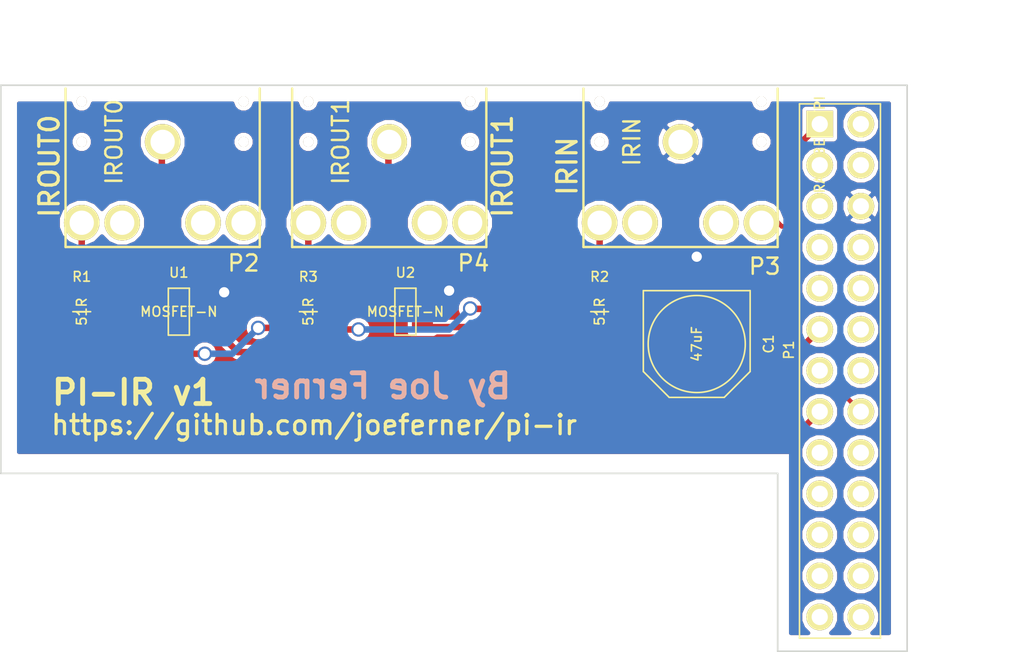
<source format=kicad_pcb>
(kicad_pcb (version 3) (host pcbnew "(2014-05-22 BZR 4881)-product")

  (general
    (links 16)
    (no_connects 0)
    (area 99.949999 94.68 165.407144 135.050001)
    (thickness 1.6)
    (drawings 14)
    (tracks 64)
    (zones 0)
    (modules 10)
    (nets 33)
  )

  (page A4)
  (layers
    (15 F.Cu signal)
    (0 B.Cu signal)
    (16 B.Adhes user)
    (17 F.Adhes user)
    (18 B.Paste user)
    (19 F.Paste user)
    (20 B.SilkS user)
    (21 F.SilkS user)
    (22 B.Mask user)
    (23 F.Mask user)
    (24 Dwgs.User user)
    (25 Cmts.User user)
    (26 Eco1.User user)
    (27 Eco2.User user)
    (28 Edge.Cuts user)
  )

  (setup
    (last_trace_width 0.4)
    (trace_clearance 0.2032)
    (zone_clearance 0.254)
    (zone_45_only no)
    (trace_min 0.254)
    (segment_width 0.2)
    (edge_width 0.1)
    (via_size 0.889)
    (via_drill 0.635)
    (via_min_size 0.889)
    (via_min_drill 0.508)
    (uvia_size 0.508)
    (uvia_drill 0.127)
    (uvias_allowed no)
    (uvia_min_size 0.508)
    (uvia_min_drill 0.127)
    (pcb_text_width 0.3)
    (pcb_text_size 1.5 1.5)
    (mod_edge_width 0.15)
    (mod_text_size 1 1)
    (mod_text_width 0.15)
    (pad_size 2.2 2.2)
    (pad_drill 1.5)
    (pad_to_mask_clearance 0)
    (aux_axis_origin 156 100)
    (grid_origin 156 100)
    (visible_elements FFFEFF7F)
    (pcbplotparams
      (layerselection 284196865)
      (usegerberextensions true)
      (excludeedgelayer false)
      (linewidth 0.100000)
      (plotframeref false)
      (viasonmask false)
      (mode 1)
      (useauxorigin false)
      (hpglpennumber 1)
      (hpglpenspeed 20)
      (hpglpendiameter 15)
      (hpglpenoverlay 2)
      (psnegative false)
      (psa4output false)
      (plotreference true)
      (plotvalue false)
      (plotinvisibletext false)
      (padsonsilk false)
      (subtractmaskfromsilk false)
      (outputformat 1)
      (mirror false)
      (drillshape 0)
      (scaleselection 1)
      (outputdirectory v1/))
  )

  (net 0 "")
  (net 1 "Net-(C1-Pad1)")
  (net 2 GNDPWR)
  (net 3 +3.3V)
  (net 4 "Net-(P1-Pad2)")
  (net 5 "Net-(P1-Pad3)")
  (net 6 "Net-(P1-Pad4)")
  (net 7 "Net-(P1-Pad5)")
  (net 8 "Net-(P1-Pad7)")
  (net 9 "Net-(P1-Pad8)")
  (net 10 "Net-(P1-Pad9)")
  (net 11 "Net-(P1-Pad10)")
  (net 12 /IROUT1)
  (net 13 "Net-(P1-Pad12)")
  (net 14 "Net-(P1-Pad13)")
  (net 15 "Net-(P1-Pad14)")
  (net 16 /IROUT0)
  (net 17 /IRIN)
  (net 18 "Net-(P1-Pad17)")
  (net 19 "Net-(P1-Pad18)")
  (net 20 "Net-(P1-Pad19)")
  (net 21 "Net-(P1-Pad20)")
  (net 22 "Net-(P1-Pad21)")
  (net 23 "Net-(P1-Pad22)")
  (net 24 "Net-(P1-Pad23)")
  (net 25 "Net-(P1-Pad24)")
  (net 26 "Net-(P1-Pad26)")
  (net 27 "Net-(P2-Pad2)")
  (net 28 "Net-(P4-Pad2)")
  (net 29 "Net-(P2-Pad1)")
  (net 30 "Net-(P4-Pad1)")
  (net 31 "Net-(P2-Pad3)")
  (net 32 "Net-(P4-Pad3)")

  (net_class Default "This is the default net class."
    (clearance 0.2032)
    (trace_width 0.4)
    (via_dia 0.889)
    (via_drill 0.635)
    (uvia_dia 0.508)
    (uvia_drill 0.127)
    (add_net +3.3V)
    (add_net /IROUT0)
    (add_net /IROUT1)
    (add_net GNDPWR)
    (add_net "Net-(C1-Pad1)")
    (add_net "Net-(P1-Pad10)")
    (add_net "Net-(P1-Pad12)")
    (add_net "Net-(P1-Pad13)")
    (add_net "Net-(P1-Pad14)")
    (add_net "Net-(P1-Pad17)")
    (add_net "Net-(P1-Pad18)")
    (add_net "Net-(P1-Pad19)")
    (add_net "Net-(P1-Pad2)")
    (add_net "Net-(P1-Pad20)")
    (add_net "Net-(P1-Pad21)")
    (add_net "Net-(P1-Pad22)")
    (add_net "Net-(P1-Pad23)")
    (add_net "Net-(P1-Pad24)")
    (add_net "Net-(P1-Pad26)")
    (add_net "Net-(P1-Pad3)")
    (add_net "Net-(P1-Pad4)")
    (add_net "Net-(P1-Pad5)")
    (add_net "Net-(P1-Pad7)")
    (add_net "Net-(P1-Pad8)")
    (add_net "Net-(P1-Pad9)")
    (add_net "Net-(P2-Pad1)")
    (add_net "Net-(P2-Pad2)")
    (add_net "Net-(P2-Pad3)")
    (add_net "Net-(P4-Pad1)")
    (add_net "Net-(P4-Pad2)")
    (add_net "Net-(P4-Pad3)")
  )

  (net_class IRIN ""
    (clearance 0.1778)
    (trace_width 0.28)
    (via_dia 0.889)
    (via_drill 0.635)
    (uvia_dia 0.508)
    (uvia_drill 0.127)
    (add_net /IRIN)
  )

  (module pi-ir:HDRV26W66P254_2X13_3297X503X838P (layer F.Cu) (tedit 538916DB) (tstamp 53887616)
    (at 150.6 102.4 270)
    (path /5387F090)
    (fp_text reference P1 (at 13.97 1.905 270) (layer F.SilkS)
      (effects (font (size 0.6 0.6) (thickness 0.1)))
    )
    (fp_text value RASPBERRYPI (at 1.27 0 270) (layer F.SilkS)
      (effects (font (size 0.6 0.6) (thickness 0.1)))
    )
    (fp_line (start -1.4 -3.9) (end 31.94 -3.9) (layer Cmts.User) (width 0.1))
    (fp_line (start 31.94 -3.9) (end 31.94 1.4) (layer Cmts.User) (width 0.1))
    (fp_line (start 31.94 1.4) (end -1.4 1.4) (layer Cmts.User) (width 0.1))
    (fp_line (start -1.4 1.4) (end -1.4 -3.9) (layer Cmts.User) (width 0.1))
    (fp_line (start -1.25 -3.75) (end 31.79 -3.75) (layer F.SilkS) (width 0.1))
    (fp_line (start 31.79 -3.75) (end 31.79 1.25) (layer F.SilkS) (width 0.1))
    (fp_line (start 31.79 1.25) (end -1.25 1.25) (layer F.SilkS) (width 0.1))
    (fp_line (start -1.25 1.25) (end -1.25 -3.75) (layer F.SilkS) (width 0.1))
    (pad 1 thru_hole rect (at 0 0 270) (size 1.65 1.65) (drill 1) (layers *.Cu *.Mask F.SilkS)
      (net 3 +3.3V))
    (pad 2 thru_hole circle (at 0 -2.54 270) (size 1.65 1.65) (drill 1) (layers *.Cu *.Mask F.SilkS)
      (net 4 "Net-(P1-Pad2)"))
    (pad 3 thru_hole circle (at 2.54 0 270) (size 1.65 1.65) (drill 1) (layers *.Cu *.Mask F.SilkS)
      (net 5 "Net-(P1-Pad3)"))
    (pad 4 thru_hole circle (at 2.54 -2.54 270) (size 1.65 1.65) (drill 1) (layers *.Cu *.Mask F.SilkS)
      (net 6 "Net-(P1-Pad4)"))
    (pad 5 thru_hole circle (at 5.08 0 270) (size 1.65 1.65) (drill 1) (layers *.Cu *.Mask F.SilkS)
      (net 7 "Net-(P1-Pad5)"))
    (pad 6 thru_hole circle (at 5.08 -2.54 270) (size 1.65 1.65) (drill 1) (layers *.Cu *.Mask F.SilkS)
      (net 2 GNDPWR))
    (pad 7 thru_hole circle (at 7.62 0 270) (size 1.65 1.65) (drill 1) (layers *.Cu *.Mask F.SilkS)
      (net 8 "Net-(P1-Pad7)"))
    (pad 8 thru_hole circle (at 7.62 -2.54 270) (size 1.65 1.65) (drill 1) (layers *.Cu *.Mask F.SilkS)
      (net 9 "Net-(P1-Pad8)"))
    (pad 9 thru_hole circle (at 10.16 0 270) (size 1.65 1.65) (drill 1) (layers *.Cu *.Mask F.SilkS)
      (net 10 "Net-(P1-Pad9)"))
    (pad 10 thru_hole circle (at 10.16 -2.54 270) (size 1.65 1.65) (drill 1) (layers *.Cu *.Mask F.SilkS)
      (net 11 "Net-(P1-Pad10)"))
    (pad 11 thru_hole circle (at 12.7 0 270) (size 1.65 1.65) (drill 1) (layers *.Cu *.Mask F.SilkS)
      (net 12 /IROUT1))
    (pad 12 thru_hole circle (at 12.7 -2.54 270) (size 1.65 1.65) (drill 1) (layers *.Cu *.Mask F.SilkS)
      (net 13 "Net-(P1-Pad12)"))
    (pad 13 thru_hole circle (at 15.24 0 270) (size 1.65 1.65) (drill 1) (layers *.Cu *.Mask F.SilkS)
      (net 14 "Net-(P1-Pad13)"))
    (pad 14 thru_hole circle (at 15.24 -2.54 270) (size 1.65 1.65) (drill 1) (layers *.Cu *.Mask F.SilkS)
      (net 15 "Net-(P1-Pad14)"))
    (pad 15 thru_hole circle (at 17.78 0 270) (size 1.65 1.65) (drill 1) (layers *.Cu *.Mask F.SilkS)
      (net 16 /IROUT0))
    (pad 16 thru_hole circle (at 17.78 -2.54 270) (size 1.65 1.65) (drill 1) (layers *.Cu *.Mask F.SilkS)
      (net 17 /IRIN))
    (pad 17 thru_hole circle (at 20.32 0 270) (size 1.65 1.65) (drill 1) (layers *.Cu *.Mask F.SilkS)
      (net 18 "Net-(P1-Pad17)"))
    (pad 18 thru_hole circle (at 20.32 -2.54 270) (size 1.65 1.65) (drill 1) (layers *.Cu *.Mask F.SilkS)
      (net 19 "Net-(P1-Pad18)"))
    (pad 19 thru_hole circle (at 22.86 0 270) (size 1.65 1.65) (drill 1) (layers *.Cu *.Mask F.SilkS)
      (net 20 "Net-(P1-Pad19)"))
    (pad 20 thru_hole circle (at 22.86 -2.54 270) (size 1.65 1.65) (drill 1) (layers *.Cu *.Mask F.SilkS)
      (net 21 "Net-(P1-Pad20)"))
    (pad 21 thru_hole circle (at 25.4 0 270) (size 1.65 1.65) (drill 1) (layers *.Cu *.Mask F.SilkS)
      (net 22 "Net-(P1-Pad21)"))
    (pad 22 thru_hole circle (at 25.4 -2.54 270) (size 1.65 1.65) (drill 1) (layers *.Cu *.Mask F.SilkS)
      (net 23 "Net-(P1-Pad22)"))
    (pad 23 thru_hole circle (at 27.94 0 270) (size 1.65 1.65) (drill 1) (layers *.Cu *.Mask F.SilkS)
      (net 24 "Net-(P1-Pad23)"))
    (pad 24 thru_hole circle (at 27.94 -2.54 270) (size 1.65 1.65) (drill 1) (layers *.Cu *.Mask F.SilkS)
      (net 25 "Net-(P1-Pad24)"))
    (pad 25 thru_hole circle (at 30.48 0 270) (size 1.65 1.65) (drill 1) (layers *.Cu *.Mask F.SilkS))
    (pad 26 thru_hole circle (at 30.48 -2.54 270) (size 1.65 1.65) (drill 1) (layers *.Cu *.Mask F.SilkS)
      (net 26 "Net-(P1-Pad26)"))
  )

  (module pi-ir:CAPAE660X790N (layer F.Cu) (tedit 52486F44) (tstamp 53887D6A)
    (at 143 116 90)
    (path /5387FDB6)
    (fp_text reference C1 (at 0 4.445 90) (layer F.SilkS)
      (effects (font (size 0.6 0.6) (thickness 0.1)))
    )
    (fp_text value 47uF (at 0 0 90) (layer F.SilkS)
      (effects (font (size 0.6 0.6) (thickness 0.1)))
    )
    (fp_line (start 4.75 -3.9) (end 4.75 3.9) (layer Cmts.User) (width 0.1))
    (fp_line (start 4.75 3.9) (end -4.75 3.9) (layer Cmts.User) (width 0.1))
    (fp_line (start -4.75 3.9) (end -4.75 -3.9) (layer Cmts.User) (width 0.1))
    (fp_line (start -4.75 -3.9) (end 4.75 -3.9) (layer Cmts.User) (width 0.1))
    (fp_line (start -1.7 -3.3) (end -3.3 -1.7) (layer F.SilkS) (width 0.1))
    (fp_line (start -3.3 -1.7) (end -3.3 1.7) (layer F.SilkS) (width 0.1))
    (fp_line (start -3.3 1.7) (end -1.7 3.3) (layer F.SilkS) (width 0.1))
    (fp_line (start -1.7 3.3) (end 3.3 3.3) (layer F.SilkS) (width 0.1))
    (fp_line (start 3.3 3.3) (end 3.3 -3.3) (layer F.SilkS) (width 0.1))
    (fp_line (start 3.3 -3.3) (end -1.7 -3.3) (layer F.SilkS) (width 0.1))
    (fp_circle (center 0 0) (end 3 0) (layer F.SilkS) (width 0.1))
    (pad 1 smd rect (at -2.6 0 90) (size 3.25 1.65) (layers F.Cu F.Paste F.Mask)
      (net 1 "Net-(C1-Pad1)"))
    (pad 2 smd rect (at 2.6 0 90) (size 3.25 1.65) (layers F.Cu F.Paste F.Mask)
      (net 2 GNDPWR))
  )

  (module pi-ir:SJ1-352XNG (layer F.Cu) (tedit 53891D7A) (tstamp 53887C11)
    (at 124 99 270)
    (path /53887433)
    (fp_text reference P4 (at 12 -5.2 360) (layer F.SilkS)
      (effects (font (size 1 1) (thickness 0.15)))
    )
    (fp_text value IROUT1 (at 4.5 3 270) (layer F.SilkS)
      (effects (font (size 1 1) (thickness 0.15)))
    )
    (fp_line (start 0 6.5) (end 11.5 6.5) (layer Cmts.User) (width 0.15))
    (fp_line (start 11.5 6.5) (end 11.5 -6.5) (layer Cmts.User) (width 0.15))
    (fp_line (start 11.5 -6.5) (end 0 -6.5) (layer Cmts.User) (width 0.15))
    (fp_line (start 0 2) (end 0 6.5) (layer Cmts.User) (width 0.15))
    (fp_line (start 1.2 -2) (end -2 -2) (layer Cmts.User) (width 0.15))
    (fp_line (start -2 -2) (end -2 2) (layer Cmts.User) (width 0.15))
    (fp_line (start -2 2) (end 1.2 2) (layer Cmts.User) (width 0.15))
    (fp_line (start 1.2 2) (end 1.2 -2) (layer Cmts.User) (width 0.15))
    (fp_line (start 1.2 -6) (end 11 -6) (layer F.SilkS) (width 0.15))
    (fp_line (start 11 -6) (end 11 6) (layer F.SilkS) (width 0.15))
    (fp_line (start 11 6) (end 1.2 6) (layer F.SilkS) (width 0.15))
    (fp_line (start 0 -6.5) (end 0 -2) (layer Cmts.User) (width 0.15))
    (pad "" thru_hole circle (at 2 -5 270) (size 0.625 0.625) (drill 0.625) (layers *.Cu *.Mask F.SilkS))
    (pad "" thru_hole circle (at 4.5 -5 270) (size 0.625 0.625) (drill 0.625) (layers *.Cu *.Mask F.SilkS))
    (pad "" thru_hole circle (at 2 5 270) (size 0.625 0.625) (drill 0.625) (layers *.Cu *.Mask F.SilkS))
    (pad "" thru_hole circle (at 4.5 5 270) (size 0.625 0.625) (drill 0.625) (layers *.Cu *.Mask F.SilkS))
    (pad 1 thru_hole circle (at 4.5 0 270) (size 2.2 2.2) (drill 1.5) (layers *.Cu *.Mask F.SilkS)
      (net 30 "Net-(P4-Pad1)"))
    (pad 2 thru_hole circle (at 9.5 5 270) (size 2.2 2.2) (drill 1.5) (layers *.Cu *.Mask F.SilkS)
      (net 28 "Net-(P4-Pad2)"))
    (pad 3 thru_hole circle (at 9.5 -5 270) (size 2.2 2.2) (drill 1.5) (layers *.Cu *.Mask F.SilkS)
      (net 32 "Net-(P4-Pad3)"))
    (pad 4 thru_hole circle (at 9.5 2.5 270) (size 2.2 2.2) (drill 1.5) (layers *.Cu *.Mask F.SilkS))
    (pad 5 thru_hole circle (at 9.5 -2.5 270) (size 2.2 2.2) (drill 1.5) (layers *.Cu *.Mask F.SilkS))
  )

  (module pi-ir:SJ1-352XNG (layer F.Cu) (tedit 53891D82) (tstamp 53887BF8)
    (at 142 99 270)
    (path /5387FB2D)
    (fp_text reference P3 (at 12.2 -5.2 360) (layer F.SilkS)
      (effects (font (size 1 1) (thickness 0.15)))
    )
    (fp_text value IRIN (at 4.5 3 270) (layer F.SilkS)
      (effects (font (size 1 1) (thickness 0.15)))
    )
    (fp_line (start 0 6.5) (end 11.5 6.5) (layer Cmts.User) (width 0.15))
    (fp_line (start 11.5 6.5) (end 11.5 -6.5) (layer Cmts.User) (width 0.15))
    (fp_line (start 11.5 -6.5) (end 0 -6.5) (layer Cmts.User) (width 0.15))
    (fp_line (start 0 2) (end 0 6.5) (layer Cmts.User) (width 0.15))
    (fp_line (start 1.2 -2) (end -2 -2) (layer Cmts.User) (width 0.15))
    (fp_line (start -2 -2) (end -2 2) (layer Cmts.User) (width 0.15))
    (fp_line (start -2 2) (end 1.2 2) (layer Cmts.User) (width 0.15))
    (fp_line (start 1.2 2) (end 1.2 -2) (layer Cmts.User) (width 0.15))
    (fp_line (start 1.2 -6) (end 11 -6) (layer F.SilkS) (width 0.15))
    (fp_line (start 11 -6) (end 11 6) (layer F.SilkS) (width 0.15))
    (fp_line (start 11 6) (end 1.2 6) (layer F.SilkS) (width 0.15))
    (fp_line (start 0 -6.5) (end 0 -2) (layer Cmts.User) (width 0.15))
    (pad "" thru_hole circle (at 2 -5 270) (size 0.625 0.625) (drill 0.625) (layers *.Cu *.Mask F.SilkS))
    (pad "" thru_hole circle (at 4.5 -5 270) (size 0.625 0.625) (drill 0.625) (layers *.Cu *.Mask F.SilkS))
    (pad "" thru_hole circle (at 2 5 270) (size 0.625 0.625) (drill 0.625) (layers *.Cu *.Mask F.SilkS))
    (pad "" thru_hole circle (at 4.5 5 270) (size 0.625 0.625) (drill 0.625) (layers *.Cu *.Mask F.SilkS))
    (pad 1 thru_hole circle (at 4.5 0 270) (size 2.2 2.2) (drill 1.5) (layers *.Cu *.Mask F.SilkS)
      (net 2 GNDPWR))
    (pad 2 thru_hole circle (at 9.5 5 270) (size 2.2 2.2) (drill 1.5) (layers *.Cu *.Mask F.SilkS)
      (net 1 "Net-(C1-Pad1)"))
    (pad 3 thru_hole circle (at 9.5 -5 270) (size 2.2 2.2) (drill 1.5) (layers *.Cu *.Mask F.SilkS)
      (net 17 /IRIN))
    (pad 4 thru_hole circle (at 9.5 2.5 270) (size 2.2 2.2) (drill 1.5) (layers *.Cu *.Mask F.SilkS))
    (pad 5 thru_hole circle (at 9.5 -2.5 270) (size 2.2 2.2) (drill 1.5) (layers *.Cu *.Mask F.SilkS))
  )

  (module pi-ir:SJ1-352XNG (layer F.Cu) (tedit 53891D7D) (tstamp 53887BDF)
    (at 110 99 270)
    (path /5387F86E)
    (fp_text reference P2 (at 12 -5 360) (layer F.SilkS)
      (effects (font (size 1 1) (thickness 0.15)))
    )
    (fp_text value IROUT0 (at 4.5 3 270) (layer F.SilkS)
      (effects (font (size 1 1) (thickness 0.15)))
    )
    (fp_line (start 0 6.5) (end 11.5 6.5) (layer Cmts.User) (width 0.15))
    (fp_line (start 11.5 6.5) (end 11.5 -6.5) (layer Cmts.User) (width 0.15))
    (fp_line (start 11.5 -6.5) (end 0 -6.5) (layer Cmts.User) (width 0.15))
    (fp_line (start 0 2) (end 0 6.5) (layer Cmts.User) (width 0.15))
    (fp_line (start 1.2 -2) (end -2 -2) (layer Cmts.User) (width 0.15))
    (fp_line (start -2 -2) (end -2 2) (layer Cmts.User) (width 0.15))
    (fp_line (start -2 2) (end 1.2 2) (layer Cmts.User) (width 0.15))
    (fp_line (start 1.2 2) (end 1.2 -2) (layer Cmts.User) (width 0.15))
    (fp_line (start 1.2 -6) (end 11 -6) (layer F.SilkS) (width 0.15))
    (fp_line (start 11 -6) (end 11 6) (layer F.SilkS) (width 0.15))
    (fp_line (start 11 6) (end 1.2 6) (layer F.SilkS) (width 0.15))
    (fp_line (start 0 -6.5) (end 0 -2) (layer Cmts.User) (width 0.15))
    (pad "" thru_hole circle (at 2 -5 270) (size 0.625 0.625) (drill 0.625) (layers *.Cu *.Mask F.SilkS))
    (pad "" thru_hole circle (at 4.5 -5 270) (size 0.625 0.625) (drill 0.625) (layers *.Cu *.Mask F.SilkS))
    (pad "" thru_hole circle (at 2 5 270) (size 0.625 0.625) (drill 0.625) (layers *.Cu *.Mask F.SilkS))
    (pad "" thru_hole circle (at 4.5 5 270) (size 0.625 0.625) (drill 0.625) (layers *.Cu *.Mask F.SilkS))
    (pad 1 thru_hole circle (at 4.5 0 270) (size 2.2 2.2) (drill 1.5) (layers *.Cu *.Mask F.SilkS)
      (net 29 "Net-(P2-Pad1)"))
    (pad 2 thru_hole circle (at 9.5 5 270) (size 2.2 2.2) (drill 1.5) (layers *.Cu *.Mask F.SilkS)
      (net 27 "Net-(P2-Pad2)"))
    (pad 3 thru_hole circle (at 9.5 -5 270) (size 2.2 2.2) (drill 1.5) (layers *.Cu *.Mask F.SilkS)
      (net 31 "Net-(P2-Pad3)"))
    (pad 4 thru_hole circle (at 9.5 2.5 270) (size 2.2 2.2) (drill 1.5) (layers *.Cu *.Mask F.SilkS))
    (pad 5 thru_hole circle (at 9.5 -2.5 270) (size 2.2 2.2) (drill 1.5) (layers *.Cu *.Mask F.SilkS))
  )

  (module pi-ir:SOT95P237X112_123-3N (layer F.Cu) (tedit 5248714E) (tstamp 538877F8)
    (at 125 114 180)
    (path /538870EF)
    (fp_text reference U2 (at 0 2.413 180) (layer F.SilkS)
      (effects (font (size 0.6 0.6) (thickness 0.1)))
    )
    (fp_text value MOSFET-N (at 0 0 180) (layer F.SilkS)
      (effects (font (size 0.6 0.6) (thickness 0.1)))
    )
    (fp_line (start -1.95 -1.8) (end 1.95 -1.8) (layer Cmts.User) (width 0.1))
    (fp_line (start 1.95 -1.8) (end 1.95 1.8) (layer Cmts.User) (width 0.1))
    (fp_line (start 1.95 1.8) (end -1.95 1.8) (layer Cmts.User) (width 0.1))
    (fp_line (start -1.95 1.8) (end -1.95 -1.8) (layer Cmts.User) (width 0.1))
    (fp_line (start -0.65 -1.45) (end 0.65 -1.45) (layer F.SilkS) (width 0.1))
    (fp_line (start 0.65 -1.45) (end 0.65 1.45) (layer F.SilkS) (width 0.1))
    (fp_line (start -0.65 1.45) (end 0.65 1.45) (layer F.SilkS) (width 0.1))
    (fp_line (start -0.65 1.45) (end -0.65 -1.45) (layer F.SilkS) (width 0.1))
    (pad 1 smd rect (at -1.05 -0.95 180) (size 1.3 0.6) (layers F.Cu F.Paste F.Mask)
      (net 12 /IROUT1))
    (pad 2 smd rect (at -1.05 0.95 180) (size 1.3 0.6) (layers F.Cu F.Paste F.Mask)
      (net 2 GNDPWR))
    (pad 3 smd rect (at 1.05 0 180) (size 1.3 0.6) (layers F.Cu F.Paste F.Mask)
      (net 30 "Net-(P4-Pad1)"))
  )

  (module pi-ir:SOT95P237X112_123-3N (layer F.Cu) (tedit 5248714E) (tstamp 538877EA)
    (at 111 114 180)
    (path /5387F2A6)
    (fp_text reference U1 (at 0 2.413 180) (layer F.SilkS)
      (effects (font (size 0.6 0.6) (thickness 0.1)))
    )
    (fp_text value MOSFET-N (at 0 0 180) (layer F.SilkS)
      (effects (font (size 0.6 0.6) (thickness 0.1)))
    )
    (fp_line (start -1.95 -1.8) (end 1.95 -1.8) (layer Cmts.User) (width 0.1))
    (fp_line (start 1.95 -1.8) (end 1.95 1.8) (layer Cmts.User) (width 0.1))
    (fp_line (start 1.95 1.8) (end -1.95 1.8) (layer Cmts.User) (width 0.1))
    (fp_line (start -1.95 1.8) (end -1.95 -1.8) (layer Cmts.User) (width 0.1))
    (fp_line (start -0.65 -1.45) (end 0.65 -1.45) (layer F.SilkS) (width 0.1))
    (fp_line (start 0.65 -1.45) (end 0.65 1.45) (layer F.SilkS) (width 0.1))
    (fp_line (start -0.65 1.45) (end 0.65 1.45) (layer F.SilkS) (width 0.1))
    (fp_line (start -0.65 1.45) (end -0.65 -1.45) (layer F.SilkS) (width 0.1))
    (pad 1 smd rect (at -1.05 -0.95 180) (size 1.3 0.6) (layers F.Cu F.Paste F.Mask)
      (net 16 /IROUT0))
    (pad 2 smd rect (at -1.05 0.95 180) (size 1.3 0.6) (layers F.Cu F.Paste F.Mask)
      (net 2 GNDPWR))
    (pad 3 smd rect (at 1.05 0 180) (size 1.3 0.6) (layers F.Cu F.Paste F.Mask)
      (net 29 "Net-(P2-Pad1)"))
  )

  (module pi-ir:RESC2012X100N (layer F.Cu) (tedit 524871D4) (tstamp 53887637)
    (at 119 114 90)
    (path /538873C2)
    (fp_text reference R3 (at 2.159 0 180) (layer F.SilkS)
      (effects (font (size 0.6 0.6) (thickness 0.1)))
    )
    (fp_text value 51R (at 0 0 90) (layer F.SilkS)
      (effects (font (size 0.6 0.6) (thickness 0.1)))
    )
    (fp_line (start 0 -0.55) (end 0 0.55) (layer F.SilkS) (width 0.1))
    (fp_line (start -1.7 -1) (end 1.7 -1) (layer Cmts.User) (width 0.1))
    (fp_line (start 1.7 -1) (end 1.7 1) (layer Cmts.User) (width 0.1))
    (fp_line (start 1.7 1) (end -1.7 1) (layer Cmts.User) (width 0.1))
    (fp_line (start -1.7 1) (end -1.7 -1) (layer Cmts.User) (width 0.1))
    (pad 1 smd rect (at -0.95 0 90) (size 1 1.45) (layers F.Cu F.Paste F.Mask)
      (net 3 +3.3V))
    (pad 2 smd rect (at 0.95 0 90) (size 1 1.45) (layers F.Cu F.Paste F.Mask)
      (net 28 "Net-(P4-Pad2)"))
  )

  (module pi-ir:RESC2012X100N (layer F.Cu) (tedit 524871D4) (tstamp 5388762C)
    (at 137 114 90)
    (path /5387FC10)
    (fp_text reference R2 (at 2.159 0 180) (layer F.SilkS)
      (effects (font (size 0.6 0.6) (thickness 0.1)))
    )
    (fp_text value 51R (at 0 0 90) (layer F.SilkS)
      (effects (font (size 0.6 0.6) (thickness 0.1)))
    )
    (fp_line (start 0 -0.55) (end 0 0.55) (layer F.SilkS) (width 0.1))
    (fp_line (start -1.7 -1) (end 1.7 -1) (layer Cmts.User) (width 0.1))
    (fp_line (start 1.7 -1) (end 1.7 1) (layer Cmts.User) (width 0.1))
    (fp_line (start 1.7 1) (end -1.7 1) (layer Cmts.User) (width 0.1))
    (fp_line (start -1.7 1) (end -1.7 -1) (layer Cmts.User) (width 0.1))
    (pad 1 smd rect (at -0.95 0 90) (size 1 1.45) (layers F.Cu F.Paste F.Mask)
      (net 3 +3.3V))
    (pad 2 smd rect (at 0.95 0 90) (size 1 1.45) (layers F.Cu F.Paste F.Mask)
      (net 1 "Net-(C1-Pad1)"))
  )

  (module pi-ir:RESC2012X100N (layer F.Cu) (tedit 524871D4) (tstamp 53887621)
    (at 105 114 90)
    (path /5387F4BB)
    (fp_text reference R1 (at 2.159 0 180) (layer F.SilkS)
      (effects (font (size 0.6 0.6) (thickness 0.1)))
    )
    (fp_text value 51R (at 0 0 90) (layer F.SilkS)
      (effects (font (size 0.6 0.6) (thickness 0.1)))
    )
    (fp_line (start 0 -0.55) (end 0 0.55) (layer F.SilkS) (width 0.1))
    (fp_line (start -1.7 -1) (end 1.7 -1) (layer Cmts.User) (width 0.1))
    (fp_line (start 1.7 -1) (end 1.7 1) (layer Cmts.User) (width 0.1))
    (fp_line (start 1.7 1) (end -1.7 1) (layer Cmts.User) (width 0.1))
    (fp_line (start -1.7 1) (end -1.7 -1) (layer Cmts.User) (width 0.1))
    (pad 1 smd rect (at -0.95 0 90) (size 1 1.45) (layers F.Cu F.Paste F.Mask)
      (net 3 +3.3V))
    (pad 2 smd rect (at 0.95 0 90) (size 1 1.45) (layers F.Cu F.Paste F.Mask)
      (net 27 "Net-(P2-Pad2)"))
  )

  (gr_text "By Joe Ferner" (at 123.6 118.6) (layer B.SilkS)
    (effects (font (size 1.5 1.5) (thickness 0.3)) (justify mirror))
  )
  (gr_text IRIN (at 135 105 90) (layer F.SilkS)
    (effects (font (size 1.2 1.2) (thickness 0.2)))
  )
  (gr_text IROUT1 (at 131 105 90) (layer F.SilkS)
    (effects (font (size 1.2 1.2) (thickness 0.2)))
  )
  (gr_text IROUT0 (at 103 105 90) (layer F.SilkS)
    (effects (font (size 1.2 1.2) (thickness 0.2)))
  )
  (gr_text https://github.com/joeferner/pi-ir (at 103 121) (layer F.SilkS)
    (effects (font (size 1.2 1.2) (thickness 0.2)) (justify left))
  )
  (gr_text "PI-IR v1" (at 103 119) (layer F.SilkS)
    (effects (font (size 1.5 1.5) (thickness 0.3)) (justify left))
  )
  (gr_line (start 148 124) (end 100 124) (angle 90) (layer Edge.Cuts) (width 0.1))
  (gr_line (start 148 135) (end 148 124) (angle 90) (layer Edge.Cuts) (width 0.1))
  (dimension 1 (width 0.1) (layer Cmts.User)
    (gr_text "1 mm" (at 160.65 105 270) (layer Cmts.User)
      (effects (font (size 1.5 1.5) (thickness 0.1)))
    )
    (feature1 (pts (xy 156 101) (xy 162 101)))
    (feature2 (pts (xy 156 100) (xy 162 100)))
    (crossbar (pts (xy 159.3 100) (xy 159.3 101)))
    (arrow1a (pts (xy 159.3 101) (xy 158.713579 99.873496)))
    (arrow1b (pts (xy 159.3 101) (xy 159.886421 99.873496)))
    (arrow2a (pts (xy 159.3 100) (xy 158.713579 101.126504)))
    (arrow2b (pts (xy 159.3 100) (xy 159.886421 101.126504)))
  )
  (dimension 1.5 (width 0.1) (layer Cmts.User)
    (gr_text "1.5 mm" (at 161 96.03) (layer Cmts.User)
      (effects (font (size 1.5 1.5) (thickness 0.1)))
    )
    (feature1 (pts (xy 154.5 100) (xy 154.5 94.68)))
    (feature2 (pts (xy 156 100) (xy 156 94.68)))
    (crossbar (pts (xy 156 97.38) (xy 154.5 97.38)))
    (arrow1a (pts (xy 154.5 97.38) (xy 155.626504 96.793579)))
    (arrow1b (pts (xy 154.5 97.38) (xy 155.626504 97.966421)))
    (arrow2a (pts (xy 156 97.38) (xy 154.873496 96.793579)))
    (arrow2b (pts (xy 156 97.38) (xy 154.873496 97.966421)))
  )
  (gr_line (start 156 135) (end 148 135) (angle 90) (layer Edge.Cuts) (width 0.1))
  (gr_line (start 156 100) (end 156 135) (angle 90) (layer Edge.Cuts) (width 0.1))
  (gr_line (start 100 100) (end 100 124) (angle 90) (layer Edge.Cuts) (width 0.1))
  (gr_line (start 100 100) (end 156 100) (angle 90) (layer Edge.Cuts) (width 0.1))

  (segment (start 137 113.05) (end 137 108.5) (width 0.4) (layer F.Cu) (net 1))
  (segment (start 140 114) (end 139.05 113.05) (width 0.4) (layer F.Cu) (net 1))
  (segment (start 139.05 113.05) (end 137 113.05) (width 0.4) (layer F.Cu) (net 1))
  (segment (start 140 116.825) (end 140 114) (width 0.4) (layer F.Cu) (net 1))
  (segment (start 143 118.6) (end 141.775 118.6) (width 0.4) (layer F.Cu) (net 1))
  (segment (start 141.775 118.6) (end 140 116.825) (width 0.4) (layer F.Cu) (net 1))
  (via (at 143 110.6) (size 0.889) (drill 0) (layers F.Cu B.Cu) (net 2))
  (segment (start 143 113.4) (end 143 110.6) (width 0.4) (layer F.Cu) (net 2))
  (via (at 127.7 112.7) (size 0.889) (drill 0) (layers F.Cu B.Cu) (net 2))
  (segment (start 127.35 113.05) (end 127.7 112.7) (width 0.4) (layer F.Cu) (net 2))
  (segment (start 126.05 113.05) (end 127.35 113.05) (width 0.4) (layer F.Cu) (net 2))
  (segment (start 113.55 113.05) (end 113.8 112.8) (width 0.4) (layer F.Cu) (net 2))
  (via (at 113.8 112.8) (size 0.889) (drill 0) (layers F.Cu B.Cu) (net 2))
  (segment (start 112.05 113.05) (end 113.55 113.05) (width 0.4) (layer F.Cu) (net 2))
  (segment (start 135.64999 113.82499) (end 135.64999 110.24999) (width 0.4) (layer F.Cu) (net 3))
  (segment (start 147.4 105.6) (end 150.6 102.4) (width 0.4) (layer F.Cu) (net 3) (tstamp 53891F64))
  (segment (start 136.2 105.6) (end 147.4 105.6) (width 0.4) (layer F.Cu) (net 3) (tstamp 53891F63))
  (segment (start 135 106.8) (end 136.2 105.6) (width 0.4) (layer F.Cu) (net 3) (tstamp 53891F62))
  (segment (start 135 109.6) (end 135 106.8) (width 0.4) (layer F.Cu) (net 3) (tstamp 53891F61))
  (segment (start 135.64999 110.24999) (end 135 109.6) (width 0.4) (layer F.Cu) (net 3) (tstamp 53891F60))
  (segment (start 137 114.95) (end 136.775 114.95) (width 0.4) (layer F.Cu) (net 3))
  (segment (start 136.775 114.95) (end 135.64999 113.82499) (width 0.4) (layer F.Cu) (net 3))
  (via (at 112.6 116.6) (size 0.889) (drill 0) (layers F.Cu B.Cu) (net 3))
  (segment (start 107.775 116.6) (end 112.6 116.6) (width 0.4) (layer F.Cu) (net 3))
  (segment (start 106.125 114.95) (end 107.775 116.6) (width 0.4) (layer F.Cu) (net 3))
  (segment (start 105 114.95) (end 106.125 114.95) (width 0.4) (layer F.Cu) (net 3))
  (segment (start 114.3 116.6) (end 115.9 115) (width 0.4) (layer B.Cu) (net 3))
  (via (at 115.9 115) (size 0.889) (drill 0) (layers F.Cu B.Cu) (net 3))
  (segment (start 112.6 116.6) (end 114.3 116.6) (width 0.4) (layer B.Cu) (net 3))
  (segment (start 118.95 115) (end 119 114.95) (width 0.4) (layer F.Cu) (net 3))
  (segment (start 115.9 115) (end 118.95 115) (width 0.4) (layer F.Cu) (net 3))
  (via (at 129 113.8) (size 0.889) (drill 0) (layers F.Cu B.Cu) (net 3))
  (segment (start 129.02499 113.82499) (end 129 113.8) (width 0.4) (layer F.Cu) (net 3))
  (segment (start 135.64999 113.82499) (end 129.02499 113.82499) (width 0.4) (layer F.Cu) (net 3))
  (via (at 122.1 115.1) (size 0.889) (drill 0) (layers F.Cu B.Cu) (net 3))
  (segment (start 127.7 115.1) (end 122.1 115.1) (width 0.4) (layer B.Cu) (net 3))
  (segment (start 129 113.8) (end 127.7 115.1) (width 0.4) (layer B.Cu) (net 3))
  (segment (start 119.15 115.1) (end 119 114.95) (width 0.4) (layer F.Cu) (net 3))
  (segment (start 122.1 115.1) (end 119.15 115.1) (width 0.4) (layer F.Cu) (net 3))
  (segment (start 126.05 114.95) (end 134.25 114.95) (width 0.4) (layer F.Cu) (net 12))
  (segment (start 149.775001 115.924999) (end 150.6 115.1) (width 0.4) (layer F.Cu) (net 12))
  (segment (start 144.874999 120.825001) (end 149.775001 115.924999) (width 0.4) (layer F.Cu) (net 12))
  (segment (start 140.125001 120.825001) (end 144.874999 120.825001) (width 0.4) (layer F.Cu) (net 12))
  (segment (start 134.25 114.95) (end 140.125001 120.825001) (width 0.4) (layer F.Cu) (net 12))
  (segment (start 113.1 114.95) (end 114.65 116.5) (width 0.4) (layer F.Cu) (net 16))
  (segment (start 112.05 114.95) (end 113.1 114.95) (width 0.4) (layer F.Cu) (net 16))
  (segment (start 149.775001 121.004999) (end 150.6 120.18) (width 0.4) (layer F.Cu) (net 16))
  (segment (start 148.744001 122.035999) (end 149.775001 121.004999) (width 0.4) (layer F.Cu) (net 16))
  (segment (start 140.204615 122.035999) (end 148.744001 122.035999) (width 0.4) (layer F.Cu) (net 16))
  (segment (start 134.668616 116.5) (end 140.204615 122.035999) (width 0.4) (layer F.Cu) (net 16))
  (segment (start 114.65 116.5) (end 134.668616 116.5) (width 0.4) (layer F.Cu) (net 16))
  (segment (start 151.845001 118.885001) (end 151.845001 109.372401) (width 0.28) (layer F.Cu) (net 17))
  (segment (start 151.845001 109.372401) (end 151.197601 108.725001) (width 0.28) (layer F.Cu) (net 17))
  (segment (start 148.03 108.5) (end 147 108.5) (width 0.28) (layer F.Cu) (net 17))
  (segment (start 151.197601 108.725001) (end 148.255001 108.725001) (width 0.28) (layer F.Cu) (net 17))
  (segment (start 148.255001 108.725001) (end 148.03 108.5) (width 0.28) (layer F.Cu) (net 17))
  (segment (start 153.14 120.18) (end 151.845001 118.885001) (width 0.28) (layer F.Cu) (net 17))
  (segment (start 105 112.15) (end 105 108.5) (width 0.4) (layer F.Cu) (net 27))
  (segment (start 105 113.05) (end 105 112.15) (width 0.4) (layer F.Cu) (net 27))
  (segment (start 119 113.05) (end 119 108.5) (width 0.4) (layer F.Cu) (net 28))
  (segment (start 109.95 103.55) (end 110 103.5) (width 0.4) (layer F.Cu) (net 29))
  (segment (start 109.95 114) (end 109.95 103.55) (width 0.4) (layer F.Cu) (net 29))
  (segment (start 123.95 103.55) (end 124 103.5) (width 0.4) (layer F.Cu) (net 30))
  (segment (start 123.95 114) (end 123.95 103.55) (width 0.4) (layer F.Cu) (net 30))

  (zone (net 2) (net_name GNDPWR) (layer F.Cu) (tstamp 53888006) (hatch edge 0.508)
    (connect_pads (clearance 0.254))
    (min_thickness 0.254)
    (fill yes (arc_segments 16) (thermal_gap 0.254) (thermal_bridge_width 0.2794))
    (polygon
      (pts
        (xy 155 101) (xy 155 134) (xy 148.7 134) (xy 148.7 122.8) (xy 101 122.8)
        (xy 101 101)
      )
    )
    (filled_polygon
      (pts
        (xy 154.873 133.873) (xy 154.352436 133.873) (xy 154.352436 107.275111) (xy 154.346209 107.258754) (xy 154.346209 104.701164)
        (xy 154.346209 102.161164) (xy 154.162993 101.717748) (xy 153.824036 101.378199) (xy 153.380941 101.19421) (xy 152.901164 101.193791)
        (xy 152.457748 101.377007) (xy 152.118199 101.715964) (xy 151.93421 102.159059) (xy 151.933791 102.638836) (xy 152.117007 103.082252)
        (xy 152.455964 103.421801) (xy 152.899059 103.60579) (xy 153.378836 103.606209) (xy 153.822252 103.422993) (xy 154.161801 103.084036)
        (xy 154.34579 102.640941) (xy 154.346209 102.161164) (xy 154.346209 104.701164) (xy 154.162993 104.257748) (xy 153.824036 103.918199)
        (xy 153.380941 103.73421) (xy 152.901164 103.733791) (xy 152.457748 103.917007) (xy 152.118199 104.255964) (xy 151.93421 104.699059)
        (xy 151.933791 105.178836) (xy 152.117007 105.622252) (xy 152.455964 105.961801) (xy 152.899059 106.14579) (xy 153.378836 106.146209)
        (xy 153.822252 105.962993) (xy 154.161801 105.624036) (xy 154.34579 105.180941) (xy 154.346209 104.701164) (xy 154.346209 107.258754)
        (xy 154.181737 106.826728) (xy 154.1422 106.767557) (xy 153.951056 106.686905) (xy 153.933095 106.704866) (xy 153.933095 106.668944)
        (xy 153.852443 106.4778) (xy 153.414686 106.281448) (xy 152.935111 106.267564) (xy 152.486728 106.438263) (xy 152.427557 106.4778)
        (xy 152.346905 106.668944) (xy 153.14 107.462039) (xy 153.933095 106.668944) (xy 153.933095 106.704866) (xy 153.157961 107.48)
        (xy 153.951056 108.273095) (xy 154.1422 108.192443) (xy 154.338552 107.754686) (xy 154.352436 107.275111) (xy 154.352436 133.873)
        (xy 153.852297 133.873) (xy 154.161801 133.564036) (xy 154.34579 133.120941) (xy 154.346209 132.641164) (xy 154.346209 130.101164)
        (xy 154.346209 127.561164) (xy 154.346209 125.021164) (xy 154.346209 122.481164) (xy 154.346209 119.941164) (xy 154.162993 119.497748)
        (xy 153.824036 119.158199) (xy 153.380941 118.97421) (xy 152.901164 118.973791) (xy 152.73801 119.041204) (xy 152.366001 118.669195)
        (xy 152.366001 118.57168) (xy 152.455964 118.661801) (xy 152.899059 118.84579) (xy 153.378836 118.846209) (xy 153.822252 118.662993)
        (xy 154.161801 118.324036) (xy 154.34579 117.880941) (xy 154.346209 117.401164) (xy 154.162993 116.957748) (xy 153.824036 116.618199)
        (xy 153.380941 116.43421) (xy 152.901164 116.433791) (xy 152.457748 116.617007) (xy 152.366001 116.708594) (xy 152.366001 116.03168)
        (xy 152.455964 116.121801) (xy 152.899059 116.30579) (xy 153.378836 116.306209) (xy 153.822252 116.122993) (xy 154.161801 115.784036)
        (xy 154.34579 115.340941) (xy 154.346209 114.861164) (xy 154.162993 114.417748) (xy 153.824036 114.078199) (xy 153.380941 113.89421)
        (xy 152.901164 113.893791) (xy 152.457748 114.077007) (xy 152.366001 114.168594) (xy 152.366001 113.49168) (xy 152.455964 113.581801)
        (xy 152.899059 113.76579) (xy 153.378836 113.766209) (xy 153.822252 113.582993) (xy 154.161801 113.244036) (xy 154.34579 112.800941)
        (xy 154.346209 112.321164) (xy 154.162993 111.877748) (xy 153.824036 111.538199) (xy 153.380941 111.35421) (xy 152.901164 111.353791)
        (xy 152.457748 111.537007) (xy 152.366001 111.628594) (xy 152.366001 110.95168) (xy 152.455964 111.041801) (xy 152.899059 111.22579)
        (xy 153.378836 111.226209) (xy 153.822252 111.042993) (xy 154.161801 110.704036) (xy 154.34579 110.260941) (xy 154.346209 109.781164)
        (xy 154.162993 109.337748) (xy 153.933095 109.107448) (xy 153.933095 108.291056) (xy 153.14 107.497961) (xy 153.122039 107.515922)
        (xy 153.122039 107.48) (xy 152.328944 106.686905) (xy 152.1378 106.767557) (xy 151.941448 107.205314) (xy 151.927564 107.684889)
        (xy 152.098263 108.133272) (xy 152.1378 108.192443) (xy 152.328944 108.273095) (xy 153.122039 107.48) (xy 153.122039 107.515922)
        (xy 152.346905 108.291056) (xy 152.427557 108.4822) (xy 152.865314 108.678552) (xy 153.344889 108.692436) (xy 153.793272 108.521737)
        (xy 153.852443 108.4822) (xy 153.933095 108.291056) (xy 153.933095 109.107448) (xy 153.824036 108.998199) (xy 153.380941 108.81421)
        (xy 152.901164 108.813791) (xy 152.457748 108.997007) (xy 152.308369 109.146125) (xy 152.213404 109.003998) (xy 151.566004 108.356598)
        (xy 151.483874 108.301721) (xy 151.621801 108.164036) (xy 151.80579 107.720941) (xy 151.806209 107.241164) (xy 151.806209 104.701164)
        (xy 151.622993 104.257748) (xy 151.284036 103.918199) (xy 150.840941 103.73421) (xy 150.361164 103.733791) (xy 149.917748 103.917007)
        (xy 149.578199 104.255964) (xy 149.39421 104.699059) (xy 149.393791 105.178836) (xy 149.577007 105.622252) (xy 149.915964 105.961801)
        (xy 150.359059 106.14579) (xy 150.838836 106.146209) (xy 151.282252 105.962993) (xy 151.621801 105.624036) (xy 151.80579 105.180941)
        (xy 151.806209 104.701164) (xy 151.806209 107.241164) (xy 151.622993 106.797748) (xy 151.284036 106.458199) (xy 150.840941 106.27421)
        (xy 150.361164 106.273791) (xy 149.917748 106.457007) (xy 149.578199 106.795964) (xy 149.39421 107.239059) (xy 149.393791 107.718836)
        (xy 149.577007 108.162252) (xy 149.618683 108.204001) (xy 148.48014 108.204001) (xy 148.256263 107.662177) (xy 147.840015 107.245201)
        (xy 147.295882 107.019257) (xy 146.706703 107.018743) (xy 146.162177 107.243737) (xy 145.749645 107.655548) (xy 145.340015 107.245201)
        (xy 144.795882 107.019257) (xy 144.206703 107.018743) (xy 143.662177 107.243737) (xy 143.245201 107.659985) (xy 143.019257 108.204118)
        (xy 143.018743 108.793297) (xy 143.243737 109.337823) (xy 143.659985 109.754799) (xy 144.204118 109.980743) (xy 144.793297 109.981257)
        (xy 145.337823 109.756263) (xy 145.750354 109.344451) (xy 146.159985 109.754799) (xy 146.704118 109.980743) (xy 147.293297 109.981257)
        (xy 147.837823 109.756263) (xy 148.254799 109.340015) (xy 148.293837 109.246001) (xy 149.668319 109.246001) (xy 149.578199 109.335964)
        (xy 149.39421 109.779059) (xy 149.393791 110.258836) (xy 149.577007 110.702252) (xy 149.915964 111.041801) (xy 150.359059 111.22579)
        (xy 150.838836 111.226209) (xy 151.282252 111.042993) (xy 151.324001 111.001316) (xy 151.324001 111.578233) (xy 151.284036 111.538199)
        (xy 150.840941 111.35421) (xy 150.361164 111.353791) (xy 149.917748 111.537007) (xy 149.578199 111.875964) (xy 149.39421 112.319059)
        (xy 149.393791 112.798836) (xy 149.577007 113.242252) (xy 149.915964 113.581801) (xy 150.359059 113.76579) (xy 150.838836 113.766209)
        (xy 151.282252 113.582993) (xy 151.324001 113.541316) (xy 151.324001 114.118233) (xy 151.284036 114.078199) (xy 150.840941 113.89421)
        (xy 150.361164 113.893791) (xy 149.917748 114.077007) (xy 149.578199 114.415964) (xy 149.39421 114.859059) (xy 149.393791 115.338836)
        (xy 149.436395 115.441946) (xy 149.364172 115.51417) (xy 144.63434 120.244001) (xy 144.206 120.244001) (xy 144.206 120.149214)
        (xy 144.206 116.899214) (xy 144.206 115.100786) (xy 144.206 113.50795) (xy 144.206 113.29205) (xy 144.206 111.699214)
        (xy 144.147996 111.55918) (xy 144.040819 111.452004) (xy 143.900785 111.394) (xy 143.749214 111.394) (xy 143.10795 111.394)
        (xy 143.0127 111.48925) (xy 143.0127 113.3873) (xy 144.11075 113.3873) (xy 144.206 113.29205) (xy 144.206 113.50795)
        (xy 144.11075 113.4127) (xy 143.0127 113.4127) (xy 143.0127 115.31075) (xy 143.10795 115.406) (xy 143.749214 115.406)
        (xy 143.900785 115.406) (xy 144.040819 115.347996) (xy 144.147996 115.24082) (xy 144.206 115.100786) (xy 144.206 116.899214)
        (xy 144.147996 116.75918) (xy 144.040819 116.652004) (xy 143.900785 116.594) (xy 143.749214 116.594) (xy 142.9873 116.594)
        (xy 142.9873 115.31075) (xy 142.9873 113.4127) (xy 142.9873 113.3873) (xy 142.9873 111.48925) (xy 142.89205 111.394)
        (xy 142.250786 111.394) (xy 142.099215 111.394) (xy 141.959181 111.452004) (xy 141.852004 111.55918) (xy 141.794 111.699214)
        (xy 141.794 113.29205) (xy 141.88925 113.3873) (xy 142.9873 113.3873) (xy 142.9873 113.4127) (xy 141.88925 113.4127)
        (xy 141.794 113.50795) (xy 141.794 115.100786) (xy 141.852004 115.24082) (xy 141.959181 115.347996) (xy 142.099215 115.406)
        (xy 142.250786 115.406) (xy 142.89205 115.406) (xy 142.9873 115.31075) (xy 142.9873 116.594) (xy 142.099214 116.594)
        (xy 141.95918 116.652004) (xy 141.852004 116.759181) (xy 141.794 116.899215) (xy 141.794 117.050786) (xy 141.794 117.797342)
        (xy 140.581 116.584342) (xy 140.581 114) (xy 140.536774 113.777661) (xy 140.410829 113.589171) (xy 139.460829 112.639171)
        (xy 139.272339 112.513226) (xy 139.05 112.469) (xy 138.10384 112.469) (xy 138.047996 112.33418) (xy 137.940819 112.227004)
        (xy 137.800785 112.169) (xy 137.649214 112.169) (xy 137.581 112.169) (xy 137.581 109.86238) (xy 137.837823 109.756263)
        (xy 138.250354 109.344451) (xy 138.659985 109.754799) (xy 139.204118 109.980743) (xy 139.793297 109.981257) (xy 140.337823 109.756263)
        (xy 140.754799 109.340015) (xy 140.980743 108.795882) (xy 140.981257 108.206703) (xy 140.756263 107.662177) (xy 140.340015 107.245201)
        (xy 139.795882 107.019257) (xy 139.206703 107.018743) (xy 138.662177 107.243737) (xy 138.249645 107.655548) (xy 137.840015 107.245201)
        (xy 137.295882 107.019257) (xy 136.706703 107.018743) (xy 136.162177 107.243737) (xy 135.745201 107.659985) (xy 135.581 108.055424)
        (xy 135.581 107.040658) (xy 136.440658 106.181) (xy 147.4 106.181) (xy 147.622339 106.136774) (xy 147.810829 106.010829)
        (xy 150.215658 103.606) (xy 151.500786 103.606) (xy 151.64082 103.547996) (xy 151.747996 103.440819) (xy 151.806 103.300785)
        (xy 151.806 103.149214) (xy 151.806 101.499214) (xy 151.747996 101.35918) (xy 151.640819 101.252004) (xy 151.500785 101.194)
        (xy 151.349214 101.194) (xy 149.699214 101.194) (xy 149.55918 101.252004) (xy 149.452004 101.359181) (xy 149.394 101.499215)
        (xy 149.394 101.650786) (xy 149.394 102.784342) (xy 147.69362 104.484722) (xy 147.69362 103.36266) (xy 147.588263 103.107677)
        (xy 147.393349 102.912423) (xy 147.138551 102.806621) (xy 146.86266 102.80638) (xy 146.607677 102.911737) (xy 146.412423 103.106651)
        (xy 146.306621 103.361449) (xy 146.30638 103.63734) (xy 146.411737 103.892323) (xy 146.606651 104.087577) (xy 146.861449 104.193379)
        (xy 147.13734 104.19362) (xy 147.392323 104.088263) (xy 147.587577 103.893349) (xy 147.693379 103.638551) (xy 147.69362 103.36266)
        (xy 147.69362 104.484722) (xy 147.159342 105.019) (xy 143.489385 105.019) (xy 143.489385 103.251245) (xy 143.280818 102.700218)
        (xy 143.22905 102.622741) (xy 143.00933 102.508631) (xy 142.991369 102.526592) (xy 142.991369 102.49067) (xy 142.877259 102.27095)
        (xy 142.340144 102.028794) (xy 141.751245 102.010615) (xy 141.200218 102.219182) (xy 141.122741 102.27095) (xy 141.008631 102.49067)
        (xy 142 103.482039) (xy 142.991369 102.49067) (xy 142.991369 102.526592) (xy 142.017961 103.5) (xy 143.00933 104.491369)
        (xy 143.22905 104.377259) (xy 143.471206 103.840144) (xy 143.489385 103.251245) (xy 143.489385 105.019) (xy 142.991369 105.019)
        (xy 142.991369 104.50933) (xy 142 103.517961) (xy 141.982039 103.535922) (xy 141.982039 103.5) (xy 140.99067 102.508631)
        (xy 140.77095 102.622741) (xy 140.528794 103.159856) (xy 140.510615 103.748755) (xy 140.719182 104.299782) (xy 140.77095 104.377259)
        (xy 140.99067 104.491369) (xy 141.982039 103.5) (xy 141.982039 103.535922) (xy 141.008631 104.50933) (xy 141.122741 104.72905)
        (xy 141.659856 104.971206) (xy 142.248755 104.989385) (xy 142.799782 104.780818) (xy 142.877259 104.72905) (xy 142.991369 104.50933)
        (xy 142.991369 105.019) (xy 137.69362 105.019) (xy 137.69362 103.36266) (xy 137.588263 103.107677) (xy 137.393349 102.912423)
        (xy 137.138551 102.806621) (xy 136.86266 102.80638) (xy 136.607677 102.911737) (xy 136.412423 103.106651) (xy 136.306621 103.361449)
        (xy 136.30638 103.63734) (xy 136.411737 103.892323) (xy 136.606651 104.087577) (xy 136.861449 104.193379) (xy 137.13734 104.19362)
        (xy 137.392323 104.088263) (xy 137.587577 103.893349) (xy 137.693379 103.638551) (xy 137.69362 103.36266) (xy 137.69362 105.019)
        (xy 136.2 105.019) (xy 135.977661 105.063226) (xy 135.789171 105.189171) (xy 134.589171 106.389171) (xy 134.463226 106.577661)
        (xy 134.419 106.8) (xy 134.419 109.6) (xy 134.463226 109.822339) (xy 134.589171 110.010829) (xy 135.06899 110.490648)
        (xy 135.06899 113.24399) (xy 130.481257 113.24399) (xy 130.481257 108.206703) (xy 130.256263 107.662177) (xy 129.840015 107.245201)
        (xy 129.69362 107.184412) (xy 129.69362 103.36266) (xy 129.588263 103.107677) (xy 129.393349 102.912423) (xy 129.138551 102.806621)
        (xy 128.86266 102.80638) (xy 128.607677 102.911737) (xy 128.412423 103.106651) (xy 128.306621 103.361449) (xy 128.30638 103.63734)
        (xy 128.411737 103.892323) (xy 128.606651 104.087577) (xy 128.861449 104.193379) (xy 129.13734 104.19362) (xy 129.392323 104.088263)
        (xy 129.587577 103.893349) (xy 129.693379 103.638551) (xy 129.69362 103.36266) (xy 129.69362 107.184412) (xy 129.295882 107.019257)
        (xy 128.706703 107.018743) (xy 128.162177 107.243737) (xy 127.749645 107.655548) (xy 127.340015 107.245201) (xy 126.795882 107.019257)
        (xy 126.206703 107.018743) (xy 125.662177 107.243737) (xy 125.481257 107.424341) (xy 125.481257 103.206703) (xy 125.256263 102.662177)
        (xy 124.840015 102.245201) (xy 124.295882 102.019257) (xy 123.706703 102.018743) (xy 123.162177 102.243737) (xy 122.745201 102.659985)
        (xy 122.519257 103.204118) (xy 122.518743 103.793297) (xy 122.743737 104.337823) (xy 123.159985 104.754799) (xy 123.369 104.841589)
        (xy 123.369 113.319) (xy 123.224214 113.319) (xy 123.08418 113.377004) (xy 122.981257 113.479927) (xy 122.981257 108.206703)
        (xy 122.756263 107.662177) (xy 122.340015 107.245201) (xy 121.795882 107.019257) (xy 121.206703 107.018743) (xy 120.662177 107.243737)
        (xy 120.249645 107.655548) (xy 119.840015 107.245201) (xy 119.69362 107.184412) (xy 119.69362 103.36266) (xy 119.588263 103.107677)
        (xy 119.393349 102.912423) (xy 119.138551 102.806621) (xy 118.86266 102.80638) (xy 118.607677 102.911737) (xy 118.412423 103.106651)
        (xy 118.306621 103.361449) (xy 118.30638 103.63734) (xy 118.411737 103.892323) (xy 118.606651 104.087577) (xy 118.861449 104.193379)
        (xy 119.13734 104.19362) (xy 119.392323 104.088263) (xy 119.587577 103.893349) (xy 119.693379 103.638551) (xy 119.69362 103.36266)
        (xy 119.69362 107.184412) (xy 119.295882 107.019257) (xy 118.706703 107.018743) (xy 118.162177 107.243737) (xy 117.745201 107.659985)
        (xy 117.519257 108.204118) (xy 117.518743 108.793297) (xy 117.743737 109.337823) (xy 118.159985 109.754799) (xy 118.419 109.862351)
        (xy 118.419 112.169) (xy 118.199214 112.169) (xy 118.05918 112.227004) (xy 117.952004 112.334181) (xy 117.894 112.474215)
        (xy 117.894 112.625786) (xy 117.894 113.625786) (xy 117.952004 113.76582) (xy 118.059181 113.872996) (xy 118.199215 113.931)
        (xy 118.350786 113.931) (xy 119.800786 113.931) (xy 119.94082 113.872996) (xy 120.047996 113.765819) (xy 120.106 113.625785)
        (xy 120.106 113.474214) (xy 120.106 112.474214) (xy 120.047996 112.33418) (xy 119.940819 112.227004) (xy 119.800785 112.169)
        (xy 119.649214 112.169) (xy 119.581 112.169) (xy 119.581 109.86238) (xy 119.837823 109.756263) (xy 120.250354 109.344451)
        (xy 120.659985 109.754799) (xy 121.204118 109.980743) (xy 121.793297 109.981257) (xy 122.337823 109.756263) (xy 122.754799 109.340015)
        (xy 122.980743 108.795882) (xy 122.981257 108.206703) (xy 122.981257 113.479927) (xy 122.977004 113.484181) (xy 122.919 113.624215)
        (xy 122.919 113.775786) (xy 122.919 114.375786) (xy 122.977004 114.51582) (xy 123.084181 114.622996) (xy 123.224215 114.681)
        (xy 123.375786 114.681) (xy 124.675786 114.681) (xy 124.81582 114.622996) (xy 124.922996 114.515819) (xy 124.981 114.375785)
        (xy 124.981 114.224214) (xy 124.981 113.624214) (xy 124.922996 113.48418) (xy 124.815819 113.377004) (xy 124.675785 113.319)
        (xy 124.531 113.319) (xy 124.531 104.883039) (xy 124.837823 104.756263) (xy 125.254799 104.340015) (xy 125.480743 103.795882)
        (xy 125.481257 103.206703) (xy 125.481257 107.424341) (xy 125.245201 107.659985) (xy 125.019257 108.204118) (xy 125.018743 108.793297)
        (xy 125.243737 109.337823) (xy 125.659985 109.754799) (xy 126.204118 109.980743) (xy 126.793297 109.981257) (xy 127.337823 109.756263)
        (xy 127.750354 109.344451) (xy 128.159985 109.754799) (xy 128.704118 109.980743) (xy 129.293297 109.981257) (xy 129.837823 109.756263)
        (xy 130.254799 109.340015) (xy 130.480743 108.795882) (xy 130.481257 108.206703) (xy 130.481257 113.24399) (xy 129.611376 113.24399)
        (xy 129.468219 113.100583) (xy 129.164923 112.974643) (xy 128.836518 112.974357) (xy 128.533002 113.099767) (xy 128.300583 113.331781)
        (xy 128.174643 113.635077) (xy 128.174357 113.963482) (xy 128.299767 114.266998) (xy 128.401591 114.369) (xy 127.081 114.369)
        (xy 127.081 113.425785) (xy 127.081 113.274214) (xy 127.081 113.15795) (xy 127.081 112.94205) (xy 127.081 112.825786)
        (xy 127.081 112.674215) (xy 127.022996 112.534181) (xy 126.91582 112.427004) (xy 126.775786 112.369) (xy 126.15795 112.369)
        (xy 126.0627 112.46425) (xy 126.0627 113.0373) (xy 126.98575 113.0373) (xy 127.081 112.94205) (xy 127.081 113.15795)
        (xy 126.98575 113.0627) (xy 126.0627 113.0627) (xy 126.0627 113.63575) (xy 126.15795 113.731) (xy 126.775786 113.731)
        (xy 126.91582 113.672996) (xy 127.022996 113.565819) (xy 127.081 113.425785) (xy 127.081 114.369) (xy 126.957815 114.369)
        (xy 126.915819 114.327004) (xy 126.775785 114.269) (xy 126.624214 114.269) (xy 126.0373 114.269) (xy 126.0373 113.63575)
        (xy 126.0373 113.0627) (xy 126.0373 113.0373) (xy 126.0373 112.46425) (xy 125.94205 112.369) (xy 125.324214 112.369)
        (xy 125.18418 112.427004) (xy 125.077004 112.534181) (xy 125.019 112.674215) (xy 125.019 112.825786) (xy 125.019 112.94205)
        (xy 125.11425 113.0373) (xy 126.0373 113.0373) (xy 126.0373 113.0627) (xy 125.11425 113.0627) (xy 125.019 113.15795)
        (xy 125.019 113.274214) (xy 125.019 113.425785) (xy 125.077004 113.565819) (xy 125.18418 113.672996) (xy 125.324214 113.731)
        (xy 125.94205 113.731) (xy 126.0373 113.63575) (xy 126.0373 114.269) (xy 125.324214 114.269) (xy 125.18418 114.327004)
        (xy 125.077004 114.434181) (xy 125.019 114.574215) (xy 125.019 114.725786) (xy 125.019 115.325786) (xy 125.077004 115.46582)
        (xy 125.184181 115.572996) (xy 125.324215 115.631) (xy 125.475786 115.631) (xy 126.775786 115.631) (xy 126.91582 115.572996)
        (xy 126.957815 115.531) (xy 134.009342 115.531) (xy 134.397342 115.919) (xy 122.279559 115.919) (xy 122.566998 115.800233)
        (xy 122.799417 115.568219) (xy 122.925357 115.264923) (xy 122.925643 114.936518) (xy 122.800233 114.633002) (xy 122.568219 114.400583)
        (xy 122.264923 114.274643) (xy 121.936518 114.274357) (xy 121.633002 114.399767) (xy 121.51356 114.519) (xy 120.106 114.519)
        (xy 120.106 114.374214) (xy 120.047996 114.23418) (xy 119.940819 114.127004) (xy 119.800785 114.069) (xy 119.649214 114.069)
        (xy 118.199214 114.069) (xy 118.05918 114.127004) (xy 117.952004 114.234181) (xy 117.894 114.374215) (xy 117.894 114.419)
        (xy 116.486429 114.419) (xy 116.481257 114.413818) (xy 116.481257 108.206703) (xy 116.256263 107.662177) (xy 115.840015 107.245201)
        (xy 115.69362 107.184412) (xy 115.69362 103.36266) (xy 115.588263 103.107677) (xy 115.393349 102.912423) (xy 115.138551 102.806621)
        (xy 114.86266 102.80638) (xy 114.607677 102.911737) (xy 114.412423 103.106651) (xy 114.306621 103.361449) (xy 114.30638 103.63734)
        (xy 114.411737 103.892323) (xy 114.606651 104.087577) (xy 114.861449 104.193379) (xy 115.13734 104.19362) (xy 115.392323 104.088263)
        (xy 115.587577 103.893349) (xy 115.693379 103.638551) (xy 115.69362 103.36266) (xy 115.69362 107.184412) (xy 115.295882 107.019257)
        (xy 114.706703 107.018743) (xy 114.162177 107.243737) (xy 113.749645 107.655548) (xy 113.340015 107.245201) (xy 112.795882 107.019257)
        (xy 112.206703 107.018743) (xy 111.662177 107.243737) (xy 111.481257 107.424341) (xy 111.481257 103.206703) (xy 111.256263 102.662177)
        (xy 110.840015 102.245201) (xy 110.295882 102.019257) (xy 109.706703 102.018743) (xy 109.162177 102.243737) (xy 108.745201 102.659985)
        (xy 108.519257 103.204118) (xy 108.518743 103.793297) (xy 108.743737 104.337823) (xy 109.159985 104.754799) (xy 109.369 104.841589)
        (xy 109.369 113.319) (xy 109.224214 113.319) (xy 109.08418 113.377004) (xy 108.981257 113.479927) (xy 108.981257 108.206703)
        (xy 108.756263 107.662177) (xy 108.340015 107.245201) (xy 107.795882 107.019257) (xy 107.206703 107.018743) (xy 106.662177 107.243737)
        (xy 106.249645 107.655548) (xy 105.840015 107.245201) (xy 105.69362 107.184412) (xy 105.69362 103.36266) (xy 105.588263 103.107677)
        (xy 105.393349 102.912423) (xy 105.138551 102.806621) (xy 104.86266 102.80638) (xy 104.607677 102.911737) (xy 104.412423 103.106651)
        (xy 104.306621 103.361449) (xy 104.30638 103.63734) (xy 104.411737 103.892323) (xy 104.606651 104.087577) (xy 104.861449 104.193379)
        (xy 105.13734 104.19362) (xy 105.392323 104.088263) (xy 105.587577 103.893349) (xy 105.693379 103.638551) (xy 105.69362 103.36266)
        (xy 105.69362 107.184412) (xy 105.295882 107.019257) (xy 104.706703 107.018743) (xy 104.162177 107.243737) (xy 103.745201 107.659985)
        (xy 103.519257 108.204118) (xy 103.518743 108.793297) (xy 103.743737 109.337823) (xy 104.159985 109.754799) (xy 104.419 109.862351)
        (xy 104.419 112.15) (xy 104.419 112.169) (xy 104.199214 112.169) (xy 104.05918 112.227004) (xy 103.952004 112.334181)
        (xy 103.894 112.474215) (xy 103.894 112.625786) (xy 103.894 113.625786) (xy 103.952004 113.76582) (xy 104.059181 113.872996)
        (xy 104.199215 113.931) (xy 104.350786 113.931) (xy 105.800786 113.931) (xy 105.94082 113.872996) (xy 106.047996 113.765819)
        (xy 106.106 113.625785) (xy 106.106 113.474214) (xy 106.106 112.474214) (xy 106.047996 112.33418) (xy 105.940819 112.227004)
        (xy 105.800785 112.169) (xy 105.649214 112.169) (xy 105.581 112.169) (xy 105.581 112.15) (xy 105.581 109.86238)
        (xy 105.837823 109.756263) (xy 106.250354 109.344451) (xy 106.659985 109.754799) (xy 107.204118 109.980743) (xy 107.793297 109.981257)
        (xy 108.337823 109.756263) (xy 108.754799 109.340015) (xy 108.980743 108.795882) (xy 108.981257 108.206703) (xy 108.981257 113.479927)
        (xy 108.977004 113.484181) (xy 108.919 113.624215) (xy 108.919 113.775786) (xy 108.919 114.375786) (xy 108.977004 114.51582)
        (xy 109.084181 114.622996) (xy 109.224215 114.681) (xy 109.375786 114.681) (xy 110.675786 114.681) (xy 110.81582 114.622996)
        (xy 110.922996 114.515819) (xy 110.981 114.375785) (xy 110.981 114.224214) (xy 110.981 113.624214) (xy 110.922996 113.48418)
        (xy 110.815819 113.377004) (xy 110.675785 113.319) (xy 110.531 113.319) (xy 110.531 104.883039) (xy 110.837823 104.756263)
        (xy 111.254799 104.340015) (xy 111.480743 103.795882) (xy 111.481257 103.206703) (xy 111.481257 107.424341) (xy 111.245201 107.659985)
        (xy 111.019257 108.204118) (xy 111.018743 108.793297) (xy 111.243737 109.337823) (xy 111.659985 109.754799) (xy 112.204118 109.980743)
        (xy 112.793297 109.981257) (xy 113.337823 109.756263) (xy 113.750354 109.344451) (xy 114.159985 109.754799) (xy 114.704118 109.980743)
        (xy 115.293297 109.981257) (xy 115.837823 109.756263) (xy 116.254799 109.340015) (xy 116.480743 108.795882) (xy 116.481257 108.206703)
        (xy 116.481257 114.413818) (xy 116.368219 114.300583) (xy 116.064923 114.174643) (xy 115.736518 114.174357) (xy 115.433002 114.299767)
        (xy 115.200583 114.531781) (xy 115.074643 114.835077) (xy 115.074357 115.163482) (xy 115.199767 115.466998) (xy 115.431781 115.699417)
        (xy 115.735077 115.825357) (xy 116.063482 115.825643) (xy 116.366998 115.700233) (xy 116.486439 115.581) (xy 117.91687 115.581)
        (xy 117.952004 115.66582) (xy 118.059181 115.772996) (xy 118.199215 115.831) (xy 118.350786 115.831) (xy 119.800786 115.831)
        (xy 119.94082 115.772996) (xy 120.032815 115.681) (xy 121.51357 115.681) (xy 121.631781 115.799417) (xy 121.919767 115.919)
        (xy 114.890657 115.919) (xy 113.510829 114.539171) (xy 113.322339 114.413226) (xy 113.1 114.369) (xy 113.081 114.369)
        (xy 113.081 113.425785) (xy 113.081 113.274214) (xy 113.081 113.15795) (xy 113.081 112.94205) (xy 113.081 112.825786)
        (xy 113.081 112.674215) (xy 113.022996 112.534181) (xy 112.91582 112.427004) (xy 112.775786 112.369) (xy 112.15795 112.369)
        (xy 112.0627 112.46425) (xy 112.0627 113.0373) (xy 112.98575 113.0373) (xy 113.081 112.94205) (xy 113.081 113.15795)
        (xy 112.98575 113.0627) (xy 112.0627 113.0627) (xy 112.0627 113.63575) (xy 112.15795 113.731) (xy 112.775786 113.731)
        (xy 112.91582 113.672996) (xy 113.022996 113.565819) (xy 113.081 113.425785) (xy 113.081 114.369) (xy 112.957815 114.369)
        (xy 112.915819 114.327004) (xy 112.775785 114.269) (xy 112.624214 114.269) (xy 112.0373 114.269) (xy 112.0373 113.63575)
        (xy 112.0373 113.0627) (xy 112.0373 113.0373) (xy 112.0373 112.46425) (xy 111.94205 112.369) (xy 111.324214 112.369)
        (xy 111.18418 112.427004) (xy 111.077004 112.534181) (xy 111.019 112.674215) (xy 111.019 112.825786) (xy 111.019 112.94205)
        (xy 111.11425 113.0373) (xy 112.0373 113.0373) (xy 112.0373 113.0627) (xy 111.11425 113.0627) (xy 111.019 113.15795)
        (xy 111.019 113.274214) (xy 111.019 113.425785) (xy 111.077004 113.565819) (xy 111.18418 113.672996) (xy 111.324214 113.731)
        (xy 111.94205 113.731) (xy 112.0373 113.63575) (xy 112.0373 114.269) (xy 111.324214 114.269) (xy 111.18418 114.327004)
        (xy 111.077004 114.434181) (xy 111.019 114.574215) (xy 111.019 114.725786) (xy 111.019 115.325786) (xy 111.077004 115.46582)
        (xy 111.184181 115.572996) (xy 111.324215 115.631) (xy 111.475786 115.631) (xy 112.775786 115.631) (xy 112.905579 115.577237)
        (xy 114.239171 116.910829) (xy 114.427661 117.036774) (xy 114.65 117.081) (xy 134.427958 117.081) (xy 139.793786 122.446828)
        (xy 139.982276 122.572773) (xy 140.204615 122.616999) (xy 148.744001 122.616999) (xy 148.96634 122.572773) (xy 149.15483 122.446828)
        (xy 150.18583 121.415828) (xy 150.25788 121.343777) (xy 150.359059 121.38579) (xy 150.838836 121.386209) (xy 151.282252 121.202993)
        (xy 151.621801 120.864036) (xy 151.80579 120.420941) (xy 151.806209 119.941164) (xy 151.622993 119.497748) (xy 151.284036 119.158199)
        (xy 150.840941 118.97421) (xy 150.361164 118.973791) (xy 149.917748 119.157007) (xy 149.578199 119.495964) (xy 149.39421 119.939059)
        (xy 149.393791 120.418836) (xy 149.436395 120.521946) (xy 149.364172 120.59417) (xy 148.503343 121.454999) (xy 140.445273 121.454999)
        (xy 140.396274 121.406001) (xy 144.874999 121.406001) (xy 145.097338 121.361775) (xy 145.285828 121.23583) (xy 150.18583 116.335828)
        (xy 150.25788 116.263777) (xy 150.359059 116.30579) (xy 150.838836 116.306209) (xy 151.282252 116.122993) (xy 151.324001 116.081316)
        (xy 151.324001 116.658233) (xy 151.284036 116.618199) (xy 150.840941 116.43421) (xy 150.361164 116.433791) (xy 149.917748 116.617007)
        (xy 149.578199 116.955964) (xy 149.39421 117.399059) (xy 149.393791 117.878836) (xy 149.577007 118.322252) (xy 149.915964 118.661801)
        (xy 150.359059 118.84579) (xy 150.838836 118.846209) (xy 151.282252 118.662993) (xy 151.324001 118.621316) (xy 151.324001 118.884995)
        (xy 151.324 118.885001) (xy 151.36366 119.084379) (xy 151.476598 119.253404) (xy 152.001118 119.777924) (xy 151.93421 119.939059)
        (xy 151.933791 120.418836) (xy 152.117007 120.862252) (xy 152.455964 121.201801) (xy 152.899059 121.38579) (xy 153.378836 121.386209)
        (xy 153.822252 121.202993) (xy 154.161801 120.864036) (xy 154.34579 120.420941) (xy 154.346209 119.941164) (xy 154.346209 122.481164)
        (xy 154.162993 122.037748) (xy 153.824036 121.698199) (xy 153.380941 121.51421) (xy 152.901164 121.513791) (xy 152.457748 121.697007)
        (xy 152.118199 122.035964) (xy 151.93421 122.479059) (xy 151.933791 122.958836) (xy 152.117007 123.402252) (xy 152.455964 123.741801)
        (xy 152.899059 123.92579) (xy 153.378836 123.926209) (xy 153.822252 123.742993) (xy 154.161801 123.404036) (xy 154.34579 122.960941)
        (xy 154.346209 122.481164) (xy 154.346209 125.021164) (xy 154.162993 124.577748) (xy 153.824036 124.238199) (xy 153.380941 124.05421)
        (xy 152.901164 124.053791) (xy 152.457748 124.237007) (xy 152.118199 124.575964) (xy 151.93421 125.019059) (xy 151.933791 125.498836)
        (xy 152.117007 125.942252) (xy 152.455964 126.281801) (xy 152.899059 126.46579) (xy 153.378836 126.466209) (xy 153.822252 126.282993)
        (xy 154.161801 125.944036) (xy 154.34579 125.500941) (xy 154.346209 125.021164) (xy 154.346209 127.561164) (xy 154.162993 127.117748)
        (xy 153.824036 126.778199) (xy 153.380941 126.59421) (xy 152.901164 126.593791) (xy 152.457748 126.777007) (xy 152.118199 127.115964)
        (xy 151.93421 127.559059) (xy 151.933791 128.038836) (xy 152.117007 128.482252) (xy 152.455964 128.821801) (xy 152.899059 129.00579)
        (xy 153.378836 129.006209) (xy 153.822252 128.822993) (xy 154.161801 128.484036) (xy 154.34579 128.040941) (xy 154.346209 127.561164)
        (xy 154.346209 130.101164) (xy 154.162993 129.657748) (xy 153.824036 129.318199) (xy 153.380941 129.13421) (xy 152.901164 129.133791)
        (xy 152.457748 129.317007) (xy 152.118199 129.655964) (xy 151.93421 130.099059) (xy 151.933791 130.578836) (xy 152.117007 131.022252)
        (xy 152.455964 131.361801) (xy 152.899059 131.54579) (xy 153.378836 131.546209) (xy 153.822252 131.362993) (xy 154.161801 131.024036)
        (xy 154.34579 130.580941) (xy 154.346209 130.101164) (xy 154.346209 132.641164) (xy 154.162993 132.197748) (xy 153.824036 131.858199)
        (xy 153.380941 131.67421) (xy 152.901164 131.673791) (xy 152.457748 131.857007) (xy 152.118199 132.195964) (xy 151.93421 132.639059)
        (xy 151.933791 133.118836) (xy 152.117007 133.562252) (xy 152.427213 133.873) (xy 151.312297 133.873) (xy 151.621801 133.564036)
        (xy 151.80579 133.120941) (xy 151.806209 132.641164) (xy 151.806209 130.101164) (xy 151.806209 127.561164) (xy 151.806209 125.021164)
        (xy 151.806209 122.481164) (xy 151.622993 122.037748) (xy 151.284036 121.698199) (xy 150.840941 121.51421) (xy 150.361164 121.513791)
        (xy 149.917748 121.697007) (xy 149.578199 122.035964) (xy 149.39421 122.479059) (xy 149.393791 122.958836) (xy 149.577007 123.402252)
        (xy 149.915964 123.741801) (xy 150.359059 123.92579) (xy 150.838836 123.926209) (xy 151.282252 123.742993) (xy 151.621801 123.404036)
        (xy 151.80579 122.960941) (xy 151.806209 122.481164) (xy 151.806209 125.021164) (xy 151.622993 124.577748) (xy 151.284036 124.238199)
        (xy 150.840941 124.05421) (xy 150.361164 124.053791) (xy 149.917748 124.237007) (xy 149.578199 124.575964) (xy 149.39421 125.019059)
        (xy 149.393791 125.498836) (xy 149.577007 125.942252) (xy 149.915964 126.281801) (xy 150.359059 126.46579) (xy 150.838836 126.466209)
        (xy 151.282252 126.282993) (xy 151.621801 125.944036) (xy 151.80579 125.500941) (xy 151.806209 125.021164) (xy 151.806209 127.561164)
        (xy 151.622993 127.117748) (xy 151.284036 126.778199) (xy 150.840941 126.59421) (xy 150.361164 126.593791) (xy 149.917748 126.777007)
        (xy 149.578199 127.115964) (xy 149.39421 127.559059) (xy 149.393791 128.038836) (xy 149.577007 128.482252) (xy 149.915964 128.821801)
        (xy 150.359059 129.00579) (xy 150.838836 129.006209) (xy 151.282252 128.822993) (xy 151.621801 128.484036) (xy 151.80579 128.040941)
        (xy 151.806209 127.561164) (xy 151.806209 130.101164) (xy 151.622993 129.657748) (xy 151.284036 129.318199) (xy 150.840941 129.13421)
        (xy 150.361164 129.133791) (xy 149.917748 129.317007) (xy 149.578199 129.655964) (xy 149.39421 130.099059) (xy 149.393791 130.578836)
        (xy 149.577007 131.022252) (xy 149.915964 131.361801) (xy 150.359059 131.54579) (xy 150.838836 131.546209) (xy 151.282252 131.362993)
        (xy 151.621801 131.024036) (xy 151.80579 130.580941) (xy 151.806209 130.101164) (xy 151.806209 132.641164) (xy 151.622993 132.197748)
        (xy 151.284036 131.858199) (xy 150.840941 131.67421) (xy 150.361164 131.673791) (xy 149.917748 131.857007) (xy 149.578199 132.195964)
        (xy 149.39421 132.639059) (xy 149.393791 133.118836) (xy 149.577007 133.562252) (xy 149.887213 133.873) (xy 148.827 133.873)
        (xy 148.827 122.673) (xy 113.425643 122.673) (xy 113.425643 116.436518) (xy 113.300233 116.133002) (xy 113.068219 115.900583)
        (xy 112.764923 115.774643) (xy 112.436518 115.774357) (xy 112.133002 115.899767) (xy 112.01356 116.019) (xy 108.015658 116.019)
        (xy 106.535829 114.539171) (xy 106.347339 114.413226) (xy 106.125 114.369) (xy 106.10384 114.369) (xy 106.047996 114.23418)
        (xy 105.940819 114.127004) (xy 105.800785 114.069) (xy 105.649214 114.069) (xy 104.199214 114.069) (xy 104.05918 114.127004)
        (xy 103.952004 114.234181) (xy 103.894 114.374215) (xy 103.894 114.525786) (xy 103.894 115.525786) (xy 103.952004 115.66582)
        (xy 104.059181 115.772996) (xy 104.199215 115.831) (xy 104.350786 115.831) (xy 105.800786 115.831) (xy 105.94082 115.772996)
        (xy 106.033578 115.680236) (xy 107.364171 117.010829) (xy 107.552661 117.136774) (xy 107.775 117.181) (xy 112.01357 117.181)
        (xy 112.131781 117.299417) (xy 112.435077 117.425357) (xy 112.763482 117.425643) (xy 113.066998 117.300233) (xy 113.299417 117.068219)
        (xy 113.425357 116.764923) (xy 113.425643 116.436518) (xy 113.425643 122.673) (xy 101.127 122.673) (xy 101.127 101.127)
        (xy 104.306389 101.127) (xy 104.30638 101.13734) (xy 104.411737 101.392323) (xy 104.606651 101.587577) (xy 104.861449 101.693379)
        (xy 105.13734 101.69362) (xy 105.392323 101.588263) (xy 105.587577 101.393349) (xy 105.693379 101.138551) (xy 105.693389 101.127)
        (xy 114.306389 101.127) (xy 114.30638 101.13734) (xy 114.411737 101.392323) (xy 114.606651 101.587577) (xy 114.861449 101.693379)
        (xy 115.13734 101.69362) (xy 115.392323 101.588263) (xy 115.587577 101.393349) (xy 115.693379 101.138551) (xy 115.693389 101.127)
        (xy 118.306389 101.127) (xy 118.30638 101.13734) (xy 118.411737 101.392323) (xy 118.606651 101.587577) (xy 118.861449 101.693379)
        (xy 119.13734 101.69362) (xy 119.392323 101.588263) (xy 119.587577 101.393349) (xy 119.693379 101.138551) (xy 119.693389 101.127)
        (xy 128.306389 101.127) (xy 128.30638 101.13734) (xy 128.411737 101.392323) (xy 128.606651 101.587577) (xy 128.861449 101.693379)
        (xy 129.13734 101.69362) (xy 129.392323 101.588263) (xy 129.587577 101.393349) (xy 129.693379 101.138551) (xy 129.693389 101.127)
        (xy 136.306389 101.127) (xy 136.30638 101.13734) (xy 136.411737 101.392323) (xy 136.606651 101.587577) (xy 136.861449 101.693379)
        (xy 137.13734 101.69362) (xy 137.392323 101.588263) (xy 137.587577 101.393349) (xy 137.693379 101.138551) (xy 137.693389 101.127)
        (xy 146.306389 101.127) (xy 146.30638 101.13734) (xy 146.411737 101.392323) (xy 146.606651 101.587577) (xy 146.861449 101.693379)
        (xy 147.13734 101.69362) (xy 147.392323 101.588263) (xy 147.587577 101.393349) (xy 147.693379 101.138551) (xy 147.693389 101.127)
        (xy 154.873 101.127) (xy 154.873 133.873)
      )
    )
  )
  (zone (net 2) (net_name GNDPWR) (layer B.Cu) (tstamp 53888007) (hatch edge 0.508)
    (connect_pads (clearance 0.254))
    (min_thickness 0.254)
    (fill yes (arc_segments 16) (thermal_gap 0.254) (thermal_bridge_width 0.2794))
    (polygon
      (pts
        (xy 155 134) (xy 148.7 134) (xy 148.7 122.8) (xy 101 122.8) (xy 101 101)
        (xy 155 101)
      )
    )
    (filled_polygon
      (pts
        (xy 154.873 133.873) (xy 154.352436 133.873) (xy 154.352436 107.275111) (xy 154.346209 107.258754) (xy 154.346209 104.701164)
        (xy 154.346209 102.161164) (xy 154.162993 101.717748) (xy 153.824036 101.378199) (xy 153.380941 101.19421) (xy 152.901164 101.193791)
        (xy 152.457748 101.377007) (xy 152.118199 101.715964) (xy 151.93421 102.159059) (xy 151.933791 102.638836) (xy 152.117007 103.082252)
        (xy 152.455964 103.421801) (xy 152.899059 103.60579) (xy 153.378836 103.606209) (xy 153.822252 103.422993) (xy 154.161801 103.084036)
        (xy 154.34579 102.640941) (xy 154.346209 102.161164) (xy 154.346209 104.701164) (xy 154.162993 104.257748) (xy 153.824036 103.918199)
        (xy 153.380941 103.73421) (xy 152.901164 103.733791) (xy 152.457748 103.917007) (xy 152.118199 104.255964) (xy 151.93421 104.699059)
        (xy 151.933791 105.178836) (xy 152.117007 105.622252) (xy 152.455964 105.961801) (xy 152.899059 106.14579) (xy 153.378836 106.146209)
        (xy 153.822252 105.962993) (xy 154.161801 105.624036) (xy 154.34579 105.180941) (xy 154.346209 104.701164) (xy 154.346209 107.258754)
        (xy 154.181737 106.826728) (xy 154.1422 106.767557) (xy 153.951056 106.686905) (xy 153.933095 106.704866) (xy 153.933095 106.668944)
        (xy 153.852443 106.4778) (xy 153.414686 106.281448) (xy 152.935111 106.267564) (xy 152.486728 106.438263) (xy 152.427557 106.4778)
        (xy 152.346905 106.668944) (xy 153.14 107.462039) (xy 153.933095 106.668944) (xy 153.933095 106.704866) (xy 153.157961 107.48)
        (xy 153.951056 108.273095) (xy 154.1422 108.192443) (xy 154.338552 107.754686) (xy 154.352436 107.275111) (xy 154.352436 133.873)
        (xy 153.852297 133.873) (xy 154.161801 133.564036) (xy 154.34579 133.120941) (xy 154.346209 132.641164) (xy 154.346209 130.101164)
        (xy 154.346209 127.561164) (xy 154.346209 125.021164) (xy 154.346209 122.481164) (xy 154.346209 119.941164) (xy 154.346209 117.401164)
        (xy 154.346209 114.861164) (xy 154.346209 112.321164) (xy 154.346209 109.781164) (xy 154.162993 109.337748) (xy 153.933095 109.107448)
        (xy 153.933095 108.291056) (xy 153.14 107.497961) (xy 153.122039 107.515922) (xy 153.122039 107.48) (xy 152.328944 106.686905)
        (xy 152.1378 106.767557) (xy 151.941448 107.205314) (xy 151.927564 107.684889) (xy 152.098263 108.133272) (xy 152.1378 108.192443)
        (xy 152.328944 108.273095) (xy 153.122039 107.48) (xy 153.122039 107.515922) (xy 152.346905 108.291056) (xy 152.427557 108.4822)
        (xy 152.865314 108.678552) (xy 153.344889 108.692436) (xy 153.793272 108.521737) (xy 153.852443 108.4822) (xy 153.933095 108.291056)
        (xy 153.933095 109.107448) (xy 153.824036 108.998199) (xy 153.380941 108.81421) (xy 152.901164 108.813791) (xy 152.457748 108.997007)
        (xy 152.118199 109.335964) (xy 151.93421 109.779059) (xy 151.933791 110.258836) (xy 152.117007 110.702252) (xy 152.455964 111.041801)
        (xy 152.899059 111.22579) (xy 153.378836 111.226209) (xy 153.822252 111.042993) (xy 154.161801 110.704036) (xy 154.34579 110.260941)
        (xy 154.346209 109.781164) (xy 154.346209 112.321164) (xy 154.162993 111.877748) (xy 153.824036 111.538199) (xy 153.380941 111.35421)
        (xy 152.901164 111.353791) (xy 152.457748 111.537007) (xy 152.118199 111.875964) (xy 151.93421 112.319059) (xy 151.933791 112.798836)
        (xy 152.117007 113.242252) (xy 152.455964 113.581801) (xy 152.899059 113.76579) (xy 153.378836 113.766209) (xy 153.822252 113.582993)
        (xy 154.161801 113.244036) (xy 154.34579 112.800941) (xy 154.346209 112.321164) (xy 154.346209 114.861164) (xy 154.162993 114.417748)
        (xy 153.824036 114.078199) (xy 153.380941 113.89421) (xy 152.901164 113.893791) (xy 152.457748 114.077007) (xy 152.118199 114.415964)
        (xy 151.93421 114.859059) (xy 151.933791 115.338836) (xy 152.117007 115.782252) (xy 152.455964 116.121801) (xy 152.899059 116.30579)
        (xy 153.378836 116.306209) (xy 153.822252 116.122993) (xy 154.161801 115.784036) (xy 154.34579 115.340941) (xy 154.346209 114.861164)
        (xy 154.346209 117.401164) (xy 154.162993 116.957748) (xy 153.824036 116.618199) (xy 153.380941 116.43421) (xy 152.901164 116.433791)
        (xy 152.457748 116.617007) (xy 152.118199 116.955964) (xy 151.93421 117.399059) (xy 151.933791 117.878836) (xy 152.117007 118.322252)
        (xy 152.455964 118.661801) (xy 152.899059 118.84579) (xy 153.378836 118.846209) (xy 153.822252 118.662993) (xy 154.161801 118.324036)
        (xy 154.34579 117.880941) (xy 154.346209 117.401164) (xy 154.346209 119.941164) (xy 154.162993 119.497748) (xy 153.824036 119.158199)
        (xy 153.380941 118.97421) (xy 152.901164 118.973791) (xy 152.457748 119.157007) (xy 152.118199 119.495964) (xy 151.93421 119.939059)
        (xy 151.933791 120.418836) (xy 152.117007 120.862252) (xy 152.455964 121.201801) (xy 152.899059 121.38579) (xy 153.378836 121.386209)
        (xy 153.822252 121.202993) (xy 154.161801 120.864036) (xy 154.34579 120.420941) (xy 154.346209 119.941164) (xy 154.346209 122.481164)
        (xy 154.162993 122.037748) (xy 153.824036 121.698199) (xy 153.380941 121.51421) (xy 152.901164 121.513791) (xy 152.457748 121.697007)
        (xy 152.118199 122.035964) (xy 151.93421 122.479059) (xy 151.933791 122.958836) (xy 152.117007 123.402252) (xy 152.455964 123.741801)
        (xy 152.899059 123.92579) (xy 153.378836 123.926209) (xy 153.822252 123.742993) (xy 154.161801 123.404036) (xy 154.34579 122.960941)
        (xy 154.346209 122.481164) (xy 154.346209 125.021164) (xy 154.162993 124.577748) (xy 153.824036 124.238199) (xy 153.380941 124.05421)
        (xy 152.901164 124.053791) (xy 152.457748 124.237007) (xy 152.118199 124.575964) (xy 151.93421 125.019059) (xy 151.933791 125.498836)
        (xy 152.117007 125.942252) (xy 152.455964 126.281801) (xy 152.899059 126.46579) (xy 153.378836 126.466209) (xy 153.822252 126.282993)
        (xy 154.161801 125.944036) (xy 154.34579 125.500941) (xy 154.346209 125.021164) (xy 154.346209 127.561164) (xy 154.162993 127.117748)
        (xy 153.824036 126.778199) (xy 153.380941 126.59421) (xy 152.901164 126.593791) (xy 152.457748 126.777007) (xy 152.118199 127.115964)
        (xy 151.93421 127.559059) (xy 151.933791 128.038836) (xy 152.117007 128.482252) (xy 152.455964 128.821801) (xy 152.899059 129.00579)
        (xy 153.378836 129.006209) (xy 153.822252 128.822993) (xy 154.161801 128.484036) (xy 154.34579 128.040941) (xy 154.346209 127.561164)
        (xy 154.346209 130.101164) (xy 154.162993 129.657748) (xy 153.824036 129.318199) (xy 153.380941 129.13421) (xy 152.901164 129.133791)
        (xy 152.457748 129.317007) (xy 152.118199 129.655964) (xy 151.93421 130.099059) (xy 151.933791 130.578836) (xy 152.117007 131.022252)
        (xy 152.455964 131.361801) (xy 152.899059 131.54579) (xy 153.378836 131.546209) (xy 153.822252 131.362993) (xy 154.161801 131.024036)
        (xy 154.34579 130.580941) (xy 154.346209 130.101164) (xy 154.346209 132.641164) (xy 154.162993 132.197748) (xy 153.824036 131.858199)
        (xy 153.380941 131.67421) (xy 152.901164 131.673791) (xy 152.457748 131.857007) (xy 152.118199 132.195964) (xy 151.93421 132.639059)
        (xy 151.933791 133.118836) (xy 152.117007 133.562252) (xy 152.427213 133.873) (xy 151.312297 133.873) (xy 151.621801 133.564036)
        (xy 151.80579 133.120941) (xy 151.806209 132.641164) (xy 151.806209 130.101164) (xy 151.806209 127.561164) (xy 151.806209 125.021164)
        (xy 151.806209 122.481164) (xy 151.806209 119.941164) (xy 151.806209 117.401164) (xy 151.806209 114.861164) (xy 151.806209 112.321164)
        (xy 151.806209 109.781164) (xy 151.806209 107.241164) (xy 151.806209 104.701164) (xy 151.806 104.700658) (xy 151.806 103.300785)
        (xy 151.806 103.149214) (xy 151.806 101.499214) (xy 151.747996 101.35918) (xy 151.640819 101.252004) (xy 151.500785 101.194)
        (xy 151.349214 101.194) (xy 149.699214 101.194) (xy 149.55918 101.252004) (xy 149.452004 101.359181) (xy 149.394 101.499215)
        (xy 149.394 101.650786) (xy 149.394 103.300786) (xy 149.452004 103.44082) (xy 149.559181 103.547996) (xy 149.699215 103.606)
        (xy 149.850786 103.606) (xy 151.500786 103.606) (xy 151.64082 103.547996) (xy 151.747996 103.440819) (xy 151.806 103.300785)
        (xy 151.806 104.700658) (xy 151.622993 104.257748) (xy 151.284036 103.918199) (xy 150.840941 103.73421) (xy 150.361164 103.733791)
        (xy 149.917748 103.917007) (xy 149.578199 104.255964) (xy 149.39421 104.699059) (xy 149.393791 105.178836) (xy 149.577007 105.622252)
        (xy 149.915964 105.961801) (xy 150.359059 106.14579) (xy 150.838836 106.146209) (xy 151.282252 105.962993) (xy 151.621801 105.624036)
        (xy 151.80579 105.180941) (xy 151.806209 104.701164) (xy 151.806209 107.241164) (xy 151.622993 106.797748) (xy 151.284036 106.458199)
        (xy 150.840941 106.27421) (xy 150.361164 106.273791) (xy 149.917748 106.457007) (xy 149.578199 106.795964) (xy 149.39421 107.239059)
        (xy 149.393791 107.718836) (xy 149.577007 108.162252) (xy 149.915964 108.501801) (xy 150.359059 108.68579) (xy 150.838836 108.686209)
        (xy 151.282252 108.502993) (xy 151.621801 108.164036) (xy 151.80579 107.720941) (xy 151.806209 107.241164) (xy 151.806209 109.781164)
        (xy 151.622993 109.337748) (xy 151.284036 108.998199) (xy 150.840941 108.81421) (xy 150.361164 108.813791) (xy 149.917748 108.997007)
        (xy 149.578199 109.335964) (xy 149.39421 109.779059) (xy 149.393791 110.258836) (xy 149.577007 110.702252) (xy 149.915964 111.041801)
        (xy 150.359059 111.22579) (xy 150.838836 111.226209) (xy 151.282252 111.042993) (xy 151.621801 110.704036) (xy 151.80579 110.260941)
        (xy 151.806209 109.781164) (xy 151.806209 112.321164) (xy 151.622993 111.877748) (xy 151.284036 111.538199) (xy 150.840941 111.35421)
        (xy 150.361164 111.353791) (xy 149.917748 111.537007) (xy 149.578199 111.875964) (xy 149.39421 112.319059) (xy 149.393791 112.798836)
        (xy 149.577007 113.242252) (xy 149.915964 113.581801) (xy 150.359059 113.76579) (xy 150.838836 113.766209) (xy 151.282252 113.582993)
        (xy 151.621801 113.244036) (xy 151.80579 112.800941) (xy 151.806209 112.321164) (xy 151.806209 114.861164) (xy 151.622993 114.417748)
        (xy 151.284036 114.078199) (xy 150.840941 113.89421) (xy 150.361164 113.893791) (xy 149.917748 114.077007) (xy 149.578199 114.415964)
        (xy 149.39421 114.859059) (xy 149.393791 115.338836) (xy 149.577007 115.782252) (xy 149.915964 116.121801) (xy 150.359059 116.30579)
        (xy 150.838836 116.306209) (xy 151.282252 116.122993) (xy 151.621801 115.784036) (xy 151.80579 115.340941) (xy 151.806209 114.861164)
        (xy 151.806209 117.401164) (xy 151.622993 116.957748) (xy 151.284036 116.618199) (xy 150.840941 116.43421) (xy 150.361164 116.433791)
        (xy 149.917748 116.617007) (xy 149.578199 116.955964) (xy 149.39421 117.399059) (xy 149.393791 117.878836) (xy 149.577007 118.322252)
        (xy 149.915964 118.661801) (xy 150.359059 118.84579) (xy 150.838836 118.846209) (xy 151.282252 118.662993) (xy 151.621801 118.324036)
        (xy 151.80579 117.880941) (xy 151.806209 117.401164) (xy 151.806209 119.941164) (xy 151.622993 119.497748) (xy 151.284036 119.158199)
        (xy 150.840941 118.97421) (xy 150.361164 118.973791) (xy 149.917748 119.157007) (xy 149.578199 119.495964) (xy 149.39421 119.939059)
        (xy 149.393791 120.418836) (xy 149.577007 120.862252) (xy 149.915964 121.201801) (xy 150.359059 121.38579) (xy 150.838836 121.386209)
        (xy 151.282252 121.202993) (xy 151.621801 120.864036) (xy 151.80579 120.420941) (xy 151.806209 119.941164) (xy 151.806209 122.481164)
        (xy 151.622993 122.037748) (xy 151.284036 121.698199) (xy 150.840941 121.51421) (xy 150.361164 121.513791) (xy 149.917748 121.697007)
        (xy 149.578199 122.035964) (xy 149.39421 122.479059) (xy 149.393791 122.958836) (xy 149.577007 123.402252) (xy 149.915964 123.741801)
        (xy 150.359059 123.92579) (xy 150.838836 123.926209) (xy 151.282252 123.742993) (xy 151.621801 123.404036) (xy 151.80579 122.960941)
        (xy 151.806209 122.481164) (xy 151.806209 125.021164) (xy 151.622993 124.577748) (xy 151.284036 124.238199) (xy 150.840941 124.05421)
        (xy 150.361164 124.053791) (xy 149.917748 124.237007) (xy 149.578199 124.575964) (xy 149.39421 125.019059) (xy 149.393791 125.498836)
        (xy 149.577007 125.942252) (xy 149.915964 126.281801) (xy 150.359059 126.46579) (xy 150.838836 126.466209) (xy 151.282252 126.282993)
        (xy 151.621801 125.944036) (xy 151.80579 125.500941) (xy 151.806209 125.021164) (xy 151.806209 127.561164) (xy 151.622993 127.117748)
        (xy 151.284036 126.778199) (xy 150.840941 126.59421) (xy 150.361164 126.593791) (xy 149.917748 126.777007) (xy 149.578199 127.115964)
        (xy 149.39421 127.559059) (xy 149.393791 128.038836) (xy 149.577007 128.482252) (xy 149.915964 128.821801) (xy 150.359059 129.00579)
        (xy 150.838836 129.006209) (xy 151.282252 128.822993) (xy 151.621801 128.484036) (xy 151.80579 128.040941) (xy 151.806209 127.561164)
        (xy 151.806209 130.101164) (xy 151.622993 129.657748) (xy 151.284036 129.318199) (xy 150.840941 129.13421) (xy 150.361164 129.133791)
        (xy 149.917748 129.317007) (xy 149.578199 129.655964) (xy 149.39421 130.099059) (xy 149.393791 130.578836) (xy 149.577007 131.022252)
        (xy 149.915964 131.361801) (xy 150.359059 131.54579) (xy 150.838836 131.546209) (xy 151.282252 131.362993) (xy 151.621801 131.024036)
        (xy 151.80579 130.580941) (xy 151.806209 130.101164) (xy 151.806209 132.641164) (xy 151.622993 132.197748) (xy 151.284036 131.858199)
        (xy 150.840941 131.67421) (xy 150.361164 131.673791) (xy 149.917748 131.857007) (xy 149.578199 132.195964) (xy 149.39421 132.639059)
        (xy 149.393791 133.118836) (xy 149.577007 133.562252) (xy 149.887213 133.873) (xy 148.827 133.873) (xy 148.827 122.673)
        (xy 148.481257 122.673) (xy 148.481257 108.206703) (xy 148.256263 107.662177) (xy 147.840015 107.245201) (xy 147.69362 107.184412)
        (xy 147.69362 103.36266) (xy 147.588263 103.107677) (xy 147.393349 102.912423) (xy 147.138551 102.806621) (xy 146.86266 102.80638)
        (xy 146.607677 102.911737) (xy 146.412423 103.106651) (xy 146.306621 103.361449) (xy 146.30638 103.63734) (xy 146.411737 103.892323)
        (xy 146.606651 104.087577) (xy 146.861449 104.193379) (xy 147.13734 104.19362) (xy 147.392323 104.088263) (xy 147.587577 103.893349)
        (xy 147.693379 103.638551) (xy 147.69362 103.36266) (xy 147.69362 107.184412) (xy 147.295882 107.019257) (xy 146.706703 107.018743)
        (xy 146.162177 107.243737) (xy 145.749645 107.655548) (xy 145.340015 107.245201) (xy 144.795882 107.019257) (xy 144.206703 107.018743)
        (xy 143.662177 107.243737) (xy 143.489385 107.416227) (xy 143.489385 103.251245) (xy 143.280818 102.700218) (xy 143.22905 102.622741)
        (xy 143.00933 102.508631) (xy 142.991369 102.526592) (xy 142.991369 102.49067) (xy 142.877259 102.27095) (xy 142.340144 102.028794)
        (xy 141.751245 102.010615) (xy 141.200218 102.219182) (xy 141.122741 102.27095) (xy 141.008631 102.49067) (xy 142 103.482039)
        (xy 142.991369 102.49067) (xy 142.991369 102.526592) (xy 142.017961 103.5) (xy 143.00933 104.491369) (xy 143.22905 104.377259)
        (xy 143.471206 103.840144) (xy 143.489385 103.251245) (xy 143.489385 107.416227) (xy 143.245201 107.659985) (xy 143.019257 108.204118)
        (xy 143.018743 108.793297) (xy 143.243737 109.337823) (xy 143.659985 109.754799) (xy 144.204118 109.980743) (xy 144.793297 109.981257)
        (xy 145.337823 109.756263) (xy 145.750354 109.344451) (xy 146.159985 109.754799) (xy 146.704118 109.980743) (xy 147.293297 109.981257)
        (xy 147.837823 109.756263) (xy 148.254799 109.340015) (xy 148.480743 108.795882) (xy 148.481257 108.206703) (xy 148.481257 122.673)
        (xy 142.991369 122.673) (xy 142.991369 104.50933) (xy 142 103.517961) (xy 141.982039 103.535922) (xy 141.982039 103.5)
        (xy 140.99067 102.508631) (xy 140.77095 102.622741) (xy 140.528794 103.159856) (xy 140.510615 103.748755) (xy 140.719182 104.299782)
        (xy 140.77095 104.377259) (xy 140.99067 104.491369) (xy 141.982039 103.5) (xy 141.982039 103.535922) (xy 141.008631 104.50933)
        (xy 141.122741 104.72905) (xy 141.659856 104.971206) (xy 142.248755 104.989385) (xy 142.799782 104.780818) (xy 142.877259 104.72905)
        (xy 142.991369 104.50933) (xy 142.991369 122.673) (xy 140.981257 122.673) (xy 140.981257 108.206703) (xy 140.756263 107.662177)
        (xy 140.340015 107.245201) (xy 139.795882 107.019257) (xy 139.206703 107.018743) (xy 138.662177 107.243737) (xy 138.249645 107.655548)
        (xy 137.840015 107.245201) (xy 137.69362 107.184412) (xy 137.69362 103.36266) (xy 137.588263 103.107677) (xy 137.393349 102.912423)
        (xy 137.138551 102.806621) (xy 136.86266 102.80638) (xy 136.607677 102.911737) (xy 136.412423 103.106651) (xy 136.306621 103.361449)
        (xy 136.30638 103.63734) (xy 136.411737 103.892323) (xy 136.606651 104.087577) (xy 136.861449 104.193379) (xy 137.13734 104.19362)
        (xy 137.392323 104.088263) (xy 137.587577 103.893349) (xy 137.693379 103.638551) (xy 137.69362 103.36266) (xy 137.69362 107.184412)
        (xy 137.295882 107.019257) (xy 136.706703 107.018743) (xy 136.162177 107.243737) (xy 135.745201 107.659985) (xy 135.519257 108.204118)
        (xy 135.518743 108.793297) (xy 135.743737 109.337823) (xy 136.159985 109.754799) (xy 136.704118 109.980743) (xy 137.293297 109.981257)
        (xy 137.837823 109.756263) (xy 138.250354 109.344451) (xy 138.659985 109.754799) (xy 139.204118 109.980743) (xy 139.793297 109.981257)
        (xy 140.337823 109.756263) (xy 140.754799 109.340015) (xy 140.980743 108.795882) (xy 140.981257 108.206703) (xy 140.981257 122.673)
        (xy 130.481257 122.673) (xy 130.481257 108.206703) (xy 130.256263 107.662177) (xy 129.840015 107.245201) (xy 129.69362 107.184412)
        (xy 129.69362 103.36266) (xy 129.588263 103.107677) (xy 129.393349 102.912423) (xy 129.138551 102.806621) (xy 128.86266 102.80638)
        (xy 128.607677 102.911737) (xy 128.412423 103.106651) (xy 128.306621 103.361449) (xy 128.30638 103.63734) (xy 128.411737 103.892323)
        (xy 128.606651 104.087577) (xy 128.861449 104.193379) (xy 129.13734 104.19362) (xy 129.392323 104.088263) (xy 129.587577 103.893349)
        (xy 129.693379 103.638551) (xy 129.69362 103.36266) (xy 129.69362 107.184412) (xy 129.295882 107.019257) (xy 128.706703 107.018743)
        (xy 128.162177 107.243737) (xy 127.749645 107.655548) (xy 127.340015 107.245201) (xy 126.795882 107.019257) (xy 126.206703 107.018743)
        (xy 125.662177 107.243737) (xy 125.481257 107.424341) (xy 125.481257 103.206703) (xy 125.256263 102.662177) (xy 124.840015 102.245201)
        (xy 124.295882 102.019257) (xy 123.706703 102.018743) (xy 123.162177 102.243737) (xy 122.745201 102.659985) (xy 122.519257 103.204118)
        (xy 122.518743 103.793297) (xy 122.743737 104.337823) (xy 123.159985 104.754799) (xy 123.704118 104.980743) (xy 124.293297 104.981257)
        (xy 124.837823 104.756263) (xy 125.254799 104.340015) (xy 125.480743 103.795882) (xy 125.481257 103.206703) (xy 125.481257 107.424341)
        (xy 125.245201 107.659985) (xy 125.019257 108.204118) (xy 125.018743 108.793297) (xy 125.243737 109.337823) (xy 125.659985 109.754799)
        (xy 126.204118 109.980743) (xy 126.793297 109.981257) (xy 127.337823 109.756263) (xy 127.750354 109.344451) (xy 128.159985 109.754799)
        (xy 128.704118 109.980743) (xy 129.293297 109.981257) (xy 129.837823 109.756263) (xy 130.254799 109.340015) (xy 130.480743 108.795882)
        (xy 130.481257 108.206703) (xy 130.481257 122.673) (xy 129.825643 122.673) (xy 129.825643 113.636518) (xy 129.700233 113.333002)
        (xy 129.468219 113.100583) (xy 129.164923 112.974643) (xy 128.836518 112.974357) (xy 128.533002 113.099767) (xy 128.300583 113.331781)
        (xy 128.174643 113.635077) (xy 128.174496 113.803845) (xy 127.459342 114.519) (xy 122.981257 114.519) (xy 122.981257 108.206703)
        (xy 122.756263 107.662177) (xy 122.340015 107.245201) (xy 121.795882 107.019257) (xy 121.206703 107.018743) (xy 120.662177 107.243737)
        (xy 120.249645 107.655548) (xy 119.840015 107.245201) (xy 119.69362 107.184412) (xy 119.69362 103.36266) (xy 119.588263 103.107677)
        (xy 119.393349 102.912423) (xy 119.138551 102.806621) (xy 118.86266 102.80638) (xy 118.607677 102.911737) (xy 118.412423 103.106651)
        (xy 118.306621 103.361449) (xy 118.30638 103.63734) (xy 118.411737 103.892323) (xy 118.606651 104.087577) (xy 118.861449 104.193379)
        (xy 119.13734 104.19362) (xy 119.392323 104.088263) (xy 119.587577 103.893349) (xy 119.693379 103.638551) (xy 119.69362 103.36266)
        (xy 119.69362 107.184412) (xy 119.295882 107.019257) (xy 118.706703 107.018743) (xy 118.162177 107.243737) (xy 117.745201 107.659985)
        (xy 117.519257 108.204118) (xy 117.518743 108.793297) (xy 117.743737 109.337823) (xy 118.159985 109.754799) (xy 118.704118 109.980743)
        (xy 119.293297 109.981257) (xy 119.837823 109.756263) (xy 120.250354 109.344451) (xy 120.659985 109.754799) (xy 121.204118 109.980743)
        (xy 121.793297 109.981257) (xy 122.337823 109.756263) (xy 122.754799 109.340015) (xy 122.980743 108.795882) (xy 122.981257 108.206703)
        (xy 122.981257 114.519) (xy 122.686429 114.519) (xy 122.568219 114.400583) (xy 122.264923 114.274643) (xy 121.936518 114.274357)
        (xy 121.633002 114.399767) (xy 121.400583 114.631781) (xy 121.274643 114.935077) (xy 121.274357 115.263482) (xy 121.399767 115.566998)
        (xy 121.631781 115.799417) (xy 121.935077 115.925357) (xy 122.263482 115.925643) (xy 122.566998 115.800233) (xy 122.686439 115.681)
        (xy 127.7 115.681) (xy 127.922339 115.636774) (xy 128.110829 115.510829) (xy 128.99616 114.625497) (xy 129.163482 114.625643)
        (xy 129.466998 114.500233) (xy 129.699417 114.268219) (xy 129.825357 113.964923) (xy 129.825643 113.636518) (xy 129.825643 122.673)
        (xy 116.725643 122.673) (xy 116.725643 114.836518) (xy 116.600233 114.533002) (xy 116.481257 114.413818) (xy 116.481257 108.206703)
        (xy 116.256263 107.662177) (xy 115.840015 107.245201) (xy 115.69362 107.184412) (xy 115.69362 103.36266) (xy 115.588263 103.107677)
        (xy 115.393349 102.912423) (xy 115.138551 102.806621) (xy 114.86266 102.80638) (xy 114.607677 102.911737) (xy 114.412423 103.106651)
        (xy 114.306621 103.361449) (xy 114.30638 103.63734) (xy 114.411737 103.892323) (xy 114.606651 104.087577) (xy 114.861449 104.193379)
        (xy 115.13734 104.19362) (xy 115.392323 104.088263) (xy 115.587577 103.893349) (xy 115.693379 103.638551) (xy 115.69362 103.36266)
        (xy 115.69362 107.184412) (xy 115.295882 107.019257) (xy 114.706703 107.018743) (xy 114.162177 107.243737) (xy 113.749645 107.655548)
        (xy 113.340015 107.245201) (xy 112.795882 107.019257) (xy 112.206703 107.018743) (xy 111.662177 107.243737) (xy 111.481257 107.424341)
        (xy 111.481257 103.206703) (xy 111.256263 102.662177) (xy 110.840015 102.245201) (xy 110.295882 102.019257) (xy 109.706703 102.018743)
        (xy 109.162177 102.243737) (xy 108.745201 102.659985) (xy 108.519257 103.204118) (xy 108.518743 103.793297) (xy 108.743737 104.337823)
        (xy 109.159985 104.754799) (xy 109.704118 104.980743) (xy 110.293297 104.981257) (xy 110.837823 104.756263) (xy 111.254799 104.340015)
        (xy 111.480743 103.795882) (xy 111.481257 103.206703) (xy 111.481257 107.424341) (xy 111.245201 107.659985) (xy 111.019257 108.204118)
        (xy 111.018743 108.793297) (xy 111.243737 109.337823) (xy 111.659985 109.754799) (xy 112.204118 109.980743) (xy 112.793297 109.981257)
        (xy 113.337823 109.756263) (xy 113.750354 109.344451) (xy 114.159985 109.754799) (xy 114.704118 109.980743) (xy 115.293297 109.981257)
        (xy 115.837823 109.756263) (xy 116.254799 109.340015) (xy 116.480743 108.795882) (xy 116.481257 108.206703) (xy 116.481257 114.413818)
        (xy 116.368219 114.300583) (xy 116.064923 114.174643) (xy 115.736518 114.174357) (xy 115.433002 114.299767) (xy 115.200583 114.531781)
        (xy 115.074643 114.835077) (xy 115.074496 115.003845) (xy 114.059342 116.019) (xy 113.186429 116.019) (xy 113.068219 115.900583)
        (xy 112.764923 115.774643) (xy 112.436518 115.774357) (xy 112.133002 115.899767) (xy 111.900583 116.131781) (xy 111.774643 116.435077)
        (xy 111.774357 116.763482) (xy 111.899767 117.066998) (xy 112.131781 117.299417) (xy 112.435077 117.425357) (xy 112.763482 117.425643)
        (xy 113.066998 117.300233) (xy 113.186439 117.181) (xy 114.3 117.181) (xy 114.522339 117.136774) (xy 114.710829 117.010829)
        (xy 115.89616 115.825497) (xy 116.063482 115.825643) (xy 116.366998 115.700233) (xy 116.599417 115.468219) (xy 116.725357 115.164923)
        (xy 116.725643 114.836518) (xy 116.725643 122.673) (xy 108.981257 122.673) (xy 108.981257 108.206703) (xy 108.756263 107.662177)
        (xy 108.340015 107.245201) (xy 107.795882 107.019257) (xy 107.206703 107.018743) (xy 106.662177 107.243737) (xy 106.249645 107.655548)
        (xy 105.840015 107.245201) (xy 105.69362 107.184412) (xy 105.69362 103.36266) (xy 105.588263 103.107677) (xy 105.393349 102.912423)
        (xy 105.138551 102.806621) (xy 104.86266 102.80638) (xy 104.607677 102.911737) (xy 104.412423 103.106651) (xy 104.306621 103.361449)
        (xy 104.30638 103.63734) (xy 104.411737 103.892323) (xy 104.606651 104.087577) (xy 104.861449 104.193379) (xy 105.13734 104.19362)
        (xy 105.392323 104.088263) (xy 105.587577 103.893349) (xy 105.693379 103.638551) (xy 105.69362 103.36266) (xy 105.69362 107.184412)
        (xy 105.295882 107.019257) (xy 104.706703 107.018743) (xy 104.162177 107.243737) (xy 103.745201 107.659985) (xy 103.519257 108.204118)
        (xy 103.518743 108.793297) (xy 103.743737 109.337823) (xy 104.159985 109.754799) (xy 104.704118 109.980743) (xy 105.293297 109.981257)
        (xy 105.837823 109.756263) (xy 106.250354 109.344451) (xy 106.659985 109.754799) (xy 107.204118 109.980743) (xy 107.793297 109.981257)
        (xy 108.337823 109.756263) (xy 108.754799 109.340015) (xy 108.980743 108.795882) (xy 108.981257 108.206703) (xy 108.981257 122.673)
        (xy 101.127 122.673) (xy 101.127 101.127) (xy 104.306389 101.127) (xy 104.30638 101.13734) (xy 104.411737 101.392323)
        (xy 104.606651 101.587577) (xy 104.861449 101.693379) (xy 105.13734 101.69362) (xy 105.392323 101.588263) (xy 105.587577 101.393349)
        (xy 105.693379 101.138551) (xy 105.693389 101.127) (xy 114.306389 101.127) (xy 114.30638 101.13734) (xy 114.411737 101.392323)
        (xy 114.606651 101.587577) (xy 114.861449 101.693379) (xy 115.13734 101.69362) (xy 115.392323 101.588263) (xy 115.587577 101.393349)
        (xy 115.693379 101.138551) (xy 115.693389 101.127) (xy 118.306389 101.127) (xy 118.30638 101.13734) (xy 118.411737 101.392323)
        (xy 118.606651 101.587577) (xy 118.861449 101.693379) (xy 119.13734 101.69362) (xy 119.392323 101.588263) (xy 119.587577 101.393349)
        (xy 119.693379 101.138551) (xy 119.693389 101.127) (xy 128.306389 101.127) (xy 128.30638 101.13734) (xy 128.411737 101.392323)
        (xy 128.606651 101.587577) (xy 128.861449 101.693379) (xy 129.13734 101.69362) (xy 129.392323 101.588263) (xy 129.587577 101.393349)
        (xy 129.693379 101.138551) (xy 129.693389 101.127) (xy 136.306389 101.127) (xy 136.30638 101.13734) (xy 136.411737 101.392323)
        (xy 136.606651 101.587577) (xy 136.861449 101.693379) (xy 137.13734 101.69362) (xy 137.392323 101.588263) (xy 137.587577 101.393349)
        (xy 137.693379 101.138551) (xy 137.693389 101.127) (xy 146.306389 101.127) (xy 146.30638 101.13734) (xy 146.411737 101.392323)
        (xy 146.606651 101.587577) (xy 146.861449 101.693379) (xy 147.13734 101.69362) (xy 147.392323 101.588263) (xy 147.587577 101.393349)
        (xy 147.693379 101.138551) (xy 147.693389 101.127) (xy 154.873 101.127) (xy 154.873 133.873)
      )
    )
  )
)

</source>
